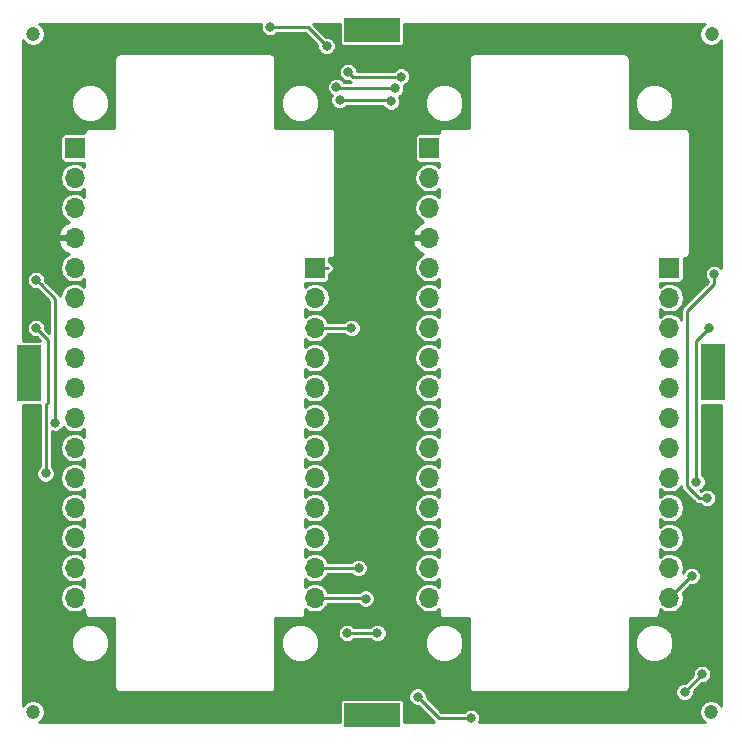
<source format=gbr>
G04 #@! TF.GenerationSoftware,KiCad,Pcbnew,(5.0.0-rc2-dev-111-gc69db6c)*
G04 #@! TF.CreationDate,2018-03-20T00:35:28-07:00*
G04 #@! TF.ProjectId,Feather_Trellis,466561746865725F5472656C6C69732E,rev?*
G04 #@! TF.SameCoordinates,Original*
G04 #@! TF.FileFunction,Copper,L1,Top,Signal*
G04 #@! TF.FilePolarity,Positive*
%FSLAX46Y46*%
G04 Gerber Fmt 4.6, Leading zero omitted, Abs format (unit mm)*
G04 Created by KiCad (PCBNEW (5.0.0-rc2-dev-111-gc69db6c)) date Tuesday, March 20, 2018 at 12:35:28 AM*
%MOMM*%
%LPD*%
G01*
G04 APERTURE LIST*
%ADD10C,1.200000*%
%ADD11R,2.000000X4.700000*%
%ADD12R,4.700000X2.000000*%
%ADD13R,1.700000X1.700000*%
%ADD14O,1.700000X1.700000*%
%ADD15C,0.800000*%
%ADD16C,0.254000*%
G04 APERTURE END LIST*
D10*
X148700000Y-88700000D03*
X148760000Y-31310000D03*
X91300000Y-88700000D03*
X91300000Y-31300000D03*
D11*
X148840000Y-59950000D03*
D12*
X120000000Y-89000000D03*
D11*
X91000000Y-60000000D03*
D12*
X120000000Y-30950000D03*
D13*
X145160000Y-51110000D03*
D14*
X145160000Y-53650000D03*
X145160000Y-56190000D03*
X145160000Y-58730000D03*
X145160000Y-61270000D03*
X145160000Y-63810000D03*
X145160000Y-66350000D03*
X145160000Y-68890000D03*
X145160000Y-71430000D03*
X145160000Y-73970000D03*
X145160000Y-76510000D03*
X145160000Y-79050000D03*
X115160000Y-79050000D03*
X115160000Y-76510000D03*
X115160000Y-73970000D03*
X115160000Y-71430000D03*
X115160000Y-68890000D03*
X115160000Y-66350000D03*
X115160000Y-63810000D03*
X115160000Y-61270000D03*
X115160000Y-58730000D03*
X115160000Y-56190000D03*
X115160000Y-53650000D03*
D13*
X115160000Y-51110000D03*
X124840000Y-40950000D03*
D14*
X124840000Y-43490000D03*
X124840000Y-46030000D03*
X124840000Y-48570000D03*
X124840000Y-51110000D03*
X124840000Y-53650000D03*
X124840000Y-56190000D03*
X124840000Y-58730000D03*
X124840000Y-61270000D03*
X124840000Y-63810000D03*
X124840000Y-66350000D03*
X124840000Y-68890000D03*
X124840000Y-71430000D03*
X124840000Y-73970000D03*
X124840000Y-76510000D03*
X124840000Y-79050000D03*
X94840000Y-79050000D03*
X94840000Y-76510000D03*
X94840000Y-73970000D03*
X94840000Y-71430000D03*
X94840000Y-68890000D03*
X94840000Y-66350000D03*
X94840000Y-63810000D03*
X94840000Y-61270000D03*
X94840000Y-58730000D03*
X94840000Y-56190000D03*
X94840000Y-53650000D03*
X94840000Y-51110000D03*
X94840000Y-48570000D03*
X94840000Y-46030000D03*
X94840000Y-43490000D03*
D13*
X94840000Y-40950000D03*
D15*
X147660000Y-52110000D03*
X91860000Y-49110000D03*
X119920582Y-33228990D03*
X119960000Y-87210000D03*
X91560000Y-52110000D03*
X148360000Y-70610000D03*
X148960000Y-51610000D03*
X147060000Y-77210000D03*
X93160000Y-64210000D03*
X119460000Y-79110000D03*
X92360000Y-68510000D03*
X128360000Y-89210000D03*
X147460000Y-69210000D03*
X123860000Y-87410000D03*
X91560000Y-56209002D03*
X118860000Y-76510000D03*
X148560000Y-56159002D03*
X147960000Y-85510000D03*
X146460000Y-87010000D03*
X120460000Y-82010000D03*
X117860000Y-82010000D03*
X111360000Y-30729012D03*
X116160000Y-32310000D03*
X117960000Y-34510000D03*
X122460000Y-34910000D03*
X118260000Y-56210000D03*
X121627006Y-37010028D03*
X117259998Y-36910000D03*
X116987996Y-35798394D03*
X121960000Y-35910004D03*
D16*
X93160000Y-53710000D02*
X91959999Y-52509999D01*
X91959999Y-52509999D02*
X91560000Y-52110000D01*
X93160000Y-64210000D02*
X93160000Y-53710000D01*
X148960000Y-51610000D02*
X148960000Y-52475683D01*
X148960000Y-52475683D02*
X146678998Y-54756685D01*
X146678998Y-54756685D02*
X146678998Y-69584882D01*
X147704116Y-70610000D02*
X147794315Y-70610000D01*
X147794315Y-70610000D02*
X148360000Y-70610000D01*
X146678998Y-69584882D02*
X147704116Y-70610000D01*
X145160000Y-79050000D02*
X147000000Y-77210000D01*
X147000000Y-77210000D02*
X147060000Y-77210000D01*
X115160000Y-79050000D02*
X119400000Y-79050000D01*
X119400000Y-79050000D02*
X119460000Y-79110000D01*
X91560000Y-56209002D02*
X92560000Y-57209002D01*
X92560000Y-62475802D02*
X92360000Y-62675802D01*
X92360000Y-67944315D02*
X92360000Y-68510000D01*
X92360000Y-62675802D02*
X92360000Y-67944315D01*
X92560000Y-57209002D02*
X92560000Y-62475802D01*
X123860000Y-87410000D02*
X125660000Y-89210000D01*
X127794315Y-89210000D02*
X128360000Y-89210000D01*
X125660000Y-89210000D02*
X127794315Y-89210000D01*
X147458999Y-57260003D02*
X147458999Y-68643314D01*
X147458999Y-68643314D02*
X147460000Y-68644315D01*
X148560000Y-56159002D02*
X147458999Y-57260003D01*
X147460000Y-68644315D02*
X147460000Y-69210000D01*
X115160000Y-76510000D02*
X118860000Y-76510000D01*
X146460000Y-87010000D02*
X147960000Y-85510000D01*
X117860000Y-82010000D02*
X120460000Y-82010000D01*
X116160000Y-32310000D02*
X114579012Y-30729012D01*
X111925685Y-30729012D02*
X111360000Y-30729012D01*
X114579012Y-30729012D02*
X111925685Y-30729012D01*
X122460000Y-34910000D02*
X118359999Y-34909999D01*
X118359999Y-34909999D02*
X117960000Y-34510000D01*
X115160000Y-56190000D02*
X118240000Y-56190000D01*
X118240000Y-56190000D02*
X118260000Y-56210000D01*
X117259998Y-36910000D02*
X121526978Y-36910000D01*
X121526978Y-36910000D02*
X121627006Y-37010028D01*
X121960000Y-35910004D02*
X117099606Y-35910004D01*
X117099606Y-35910004D02*
X116987996Y-35798394D01*
X116264000Y-51110000D02*
X115160000Y-51110000D01*
G36*
X110579000Y-30573661D02*
X110579000Y-30884363D01*
X110697900Y-31171413D01*
X110917599Y-31391112D01*
X111204649Y-31510012D01*
X111515351Y-31510012D01*
X111802401Y-31391112D01*
X111956501Y-31237012D01*
X114368592Y-31237012D01*
X115379000Y-32247421D01*
X115379000Y-32465351D01*
X115497900Y-32752401D01*
X115717599Y-32972100D01*
X116004649Y-33091000D01*
X116315351Y-33091000D01*
X116602401Y-32972100D01*
X116822100Y-32752401D01*
X116941000Y-32465351D01*
X116941000Y-32154649D01*
X116822100Y-31867599D01*
X116602401Y-31647900D01*
X116315351Y-31529000D01*
X116097421Y-31529000D01*
X115024420Y-30456000D01*
X117261536Y-30456000D01*
X117261536Y-31950000D01*
X117291106Y-32098659D01*
X117375314Y-32224686D01*
X117501341Y-32308894D01*
X117650000Y-32338464D01*
X122350000Y-32338464D01*
X122498659Y-32308894D01*
X122624686Y-32224686D01*
X122708894Y-32098659D01*
X122738464Y-31950000D01*
X122738464Y-30456000D01*
X148174119Y-30456000D01*
X148144308Y-30468348D01*
X147868348Y-30744308D01*
X147719000Y-31104867D01*
X147719000Y-31495133D01*
X147868348Y-31855692D01*
X148144308Y-32131652D01*
X148504867Y-32281000D01*
X148895133Y-32281000D01*
X149255692Y-32131652D01*
X149531652Y-31855692D01*
X149544001Y-31825879D01*
X149544001Y-51089500D01*
X149402401Y-50947900D01*
X149115351Y-50829000D01*
X148804649Y-50829000D01*
X148517599Y-50947900D01*
X148297900Y-51167599D01*
X148179000Y-51454649D01*
X148179000Y-51765351D01*
X148297900Y-52052401D01*
X148452001Y-52206502D01*
X148452001Y-52265261D01*
X146355166Y-54362097D01*
X146312751Y-54390438D01*
X146200473Y-54558474D01*
X146170998Y-54706654D01*
X146170998Y-54706657D01*
X146161047Y-54756685D01*
X146170998Y-54806713D01*
X146170998Y-55487325D01*
X146047501Y-55302499D01*
X145640312Y-55030424D01*
X145281239Y-54959000D01*
X145038761Y-54959000D01*
X144679688Y-55030424D01*
X144346000Y-55253387D01*
X144346000Y-54586613D01*
X144679688Y-54809576D01*
X145038761Y-54881000D01*
X145281239Y-54881000D01*
X145640312Y-54809576D01*
X146047501Y-54537501D01*
X146319576Y-54130312D01*
X146415116Y-53650000D01*
X146319576Y-53169688D01*
X146047501Y-52762499D01*
X145640312Y-52490424D01*
X145281239Y-52419000D01*
X145038761Y-52419000D01*
X144679688Y-52490424D01*
X144346000Y-52713387D01*
X144346000Y-52348464D01*
X146010000Y-52348464D01*
X146158659Y-52318894D01*
X146284686Y-52234686D01*
X146368894Y-52108659D01*
X146398464Y-51960000D01*
X146398464Y-50298660D01*
X146430000Y-50304933D01*
X146474909Y-50296000D01*
X146607922Y-50269542D01*
X146758757Y-50168757D01*
X146859542Y-50017922D01*
X146894933Y-49840000D01*
X146886000Y-49795091D01*
X146886000Y-39724908D01*
X146894933Y-39680000D01*
X146859542Y-39502078D01*
X146758757Y-39351243D01*
X146607922Y-39250458D01*
X146474909Y-39224000D01*
X146430000Y-39215067D01*
X146385091Y-39224000D01*
X141806000Y-39224000D01*
X141806000Y-36815574D01*
X142259000Y-36815574D01*
X142259000Y-37464426D01*
X142507305Y-38063887D01*
X142966113Y-38522695D01*
X143565574Y-38771000D01*
X144214426Y-38771000D01*
X144813887Y-38522695D01*
X145272695Y-38063887D01*
X145521000Y-37464426D01*
X145521000Y-36815574D01*
X145272695Y-36216113D01*
X144813887Y-35757305D01*
X144214426Y-35509000D01*
X143565574Y-35509000D01*
X142966113Y-35757305D01*
X142507305Y-36216113D01*
X142259000Y-36815574D01*
X141806000Y-36815574D01*
X141806000Y-33444909D01*
X141814933Y-33400000D01*
X141779542Y-33222078D01*
X141678757Y-33071243D01*
X141527922Y-32970458D01*
X141394909Y-32944000D01*
X141350000Y-32935067D01*
X141305091Y-32944000D01*
X128694909Y-32944000D01*
X128650000Y-32935067D01*
X128605091Y-32944000D01*
X128472078Y-32970458D01*
X128321243Y-33071243D01*
X128220458Y-33222078D01*
X128185067Y-33400000D01*
X128194001Y-33444914D01*
X128194000Y-39224000D01*
X126154909Y-39224000D01*
X126110000Y-39215067D01*
X126065091Y-39224000D01*
X125932078Y-39250458D01*
X125781243Y-39351243D01*
X125680458Y-39502078D01*
X125645067Y-39680000D01*
X125651340Y-39711536D01*
X123990000Y-39711536D01*
X123841341Y-39741106D01*
X123715314Y-39825314D01*
X123631106Y-39951341D01*
X123601536Y-40100000D01*
X123601536Y-41800000D01*
X123631106Y-41948659D01*
X123715314Y-42074686D01*
X123841341Y-42158894D01*
X123990000Y-42188464D01*
X125654001Y-42188464D01*
X125654001Y-42553388D01*
X125320312Y-42330424D01*
X124961239Y-42259000D01*
X124718761Y-42259000D01*
X124359688Y-42330424D01*
X123952499Y-42602499D01*
X123680424Y-43009688D01*
X123584884Y-43490000D01*
X123680424Y-43970312D01*
X123952499Y-44377501D01*
X124359688Y-44649576D01*
X124718761Y-44721000D01*
X124961239Y-44721000D01*
X125320312Y-44649576D01*
X125654001Y-44426612D01*
X125654001Y-45093388D01*
X125320312Y-44870424D01*
X124961239Y-44799000D01*
X124718761Y-44799000D01*
X124359688Y-44870424D01*
X123952499Y-45142499D01*
X123680424Y-45549688D01*
X123584884Y-46030000D01*
X123680424Y-46510312D01*
X123952499Y-46917501D01*
X124356963Y-47187755D01*
X123958642Y-47374817D01*
X123568355Y-47803076D01*
X123398524Y-48213110D01*
X123519845Y-48443000D01*
X124713000Y-48443000D01*
X124713000Y-48423000D01*
X124967000Y-48423000D01*
X124967000Y-48443000D01*
X124987000Y-48443000D01*
X124987000Y-48697000D01*
X124967000Y-48697000D01*
X124967000Y-48717000D01*
X124713000Y-48717000D01*
X124713000Y-48697000D01*
X123519845Y-48697000D01*
X123398524Y-48926890D01*
X123568355Y-49336924D01*
X123958642Y-49765183D01*
X124356963Y-49952245D01*
X123952499Y-50222499D01*
X123680424Y-50629688D01*
X123584884Y-51110000D01*
X123680424Y-51590312D01*
X123952499Y-51997501D01*
X124359688Y-52269576D01*
X124718761Y-52341000D01*
X124961239Y-52341000D01*
X125320312Y-52269576D01*
X125654001Y-52046612D01*
X125654001Y-52713388D01*
X125320312Y-52490424D01*
X124961239Y-52419000D01*
X124718761Y-52419000D01*
X124359688Y-52490424D01*
X123952499Y-52762499D01*
X123680424Y-53169688D01*
X123584884Y-53650000D01*
X123680424Y-54130312D01*
X123952499Y-54537501D01*
X124359688Y-54809576D01*
X124718761Y-54881000D01*
X124961239Y-54881000D01*
X125320312Y-54809576D01*
X125654001Y-54586612D01*
X125654001Y-55253388D01*
X125320312Y-55030424D01*
X124961239Y-54959000D01*
X124718761Y-54959000D01*
X124359688Y-55030424D01*
X123952499Y-55302499D01*
X123680424Y-55709688D01*
X123584884Y-56190000D01*
X123680424Y-56670312D01*
X123952499Y-57077501D01*
X124359688Y-57349576D01*
X124718761Y-57421000D01*
X124961239Y-57421000D01*
X125320312Y-57349576D01*
X125654001Y-57126612D01*
X125654001Y-57793388D01*
X125320312Y-57570424D01*
X124961239Y-57499000D01*
X124718761Y-57499000D01*
X124359688Y-57570424D01*
X123952499Y-57842499D01*
X123680424Y-58249688D01*
X123584884Y-58730000D01*
X123680424Y-59210312D01*
X123952499Y-59617501D01*
X124359688Y-59889576D01*
X124718761Y-59961000D01*
X124961239Y-59961000D01*
X125320312Y-59889576D01*
X125654001Y-59666612D01*
X125654000Y-60333388D01*
X125320312Y-60110424D01*
X124961239Y-60039000D01*
X124718761Y-60039000D01*
X124359688Y-60110424D01*
X123952499Y-60382499D01*
X123680424Y-60789688D01*
X123584884Y-61270000D01*
X123680424Y-61750312D01*
X123952499Y-62157501D01*
X124359688Y-62429576D01*
X124718761Y-62501000D01*
X124961239Y-62501000D01*
X125320312Y-62429576D01*
X125654000Y-62206613D01*
X125654000Y-62873387D01*
X125320312Y-62650424D01*
X124961239Y-62579000D01*
X124718761Y-62579000D01*
X124359688Y-62650424D01*
X123952499Y-62922499D01*
X123680424Y-63329688D01*
X123584884Y-63810000D01*
X123680424Y-64290312D01*
X123952499Y-64697501D01*
X124359688Y-64969576D01*
X124718761Y-65041000D01*
X124961239Y-65041000D01*
X125320312Y-64969576D01*
X125654000Y-64746613D01*
X125654000Y-65413387D01*
X125320312Y-65190424D01*
X124961239Y-65119000D01*
X124718761Y-65119000D01*
X124359688Y-65190424D01*
X123952499Y-65462499D01*
X123680424Y-65869688D01*
X123584884Y-66350000D01*
X123680424Y-66830312D01*
X123952499Y-67237501D01*
X124359688Y-67509576D01*
X124718761Y-67581000D01*
X124961239Y-67581000D01*
X125320312Y-67509576D01*
X125654000Y-67286613D01*
X125654000Y-67953387D01*
X125320312Y-67730424D01*
X124961239Y-67659000D01*
X124718761Y-67659000D01*
X124359688Y-67730424D01*
X123952499Y-68002499D01*
X123680424Y-68409688D01*
X123584884Y-68890000D01*
X123680424Y-69370312D01*
X123952499Y-69777501D01*
X124359688Y-70049576D01*
X124718761Y-70121000D01*
X124961239Y-70121000D01*
X125320312Y-70049576D01*
X125654000Y-69826613D01*
X125654000Y-70493387D01*
X125320312Y-70270424D01*
X124961239Y-70199000D01*
X124718761Y-70199000D01*
X124359688Y-70270424D01*
X123952499Y-70542499D01*
X123680424Y-70949688D01*
X123584884Y-71430000D01*
X123680424Y-71910312D01*
X123952499Y-72317501D01*
X124359688Y-72589576D01*
X124718761Y-72661000D01*
X124961239Y-72661000D01*
X125320312Y-72589576D01*
X125654000Y-72366613D01*
X125654000Y-73033387D01*
X125320312Y-72810424D01*
X124961239Y-72739000D01*
X124718761Y-72739000D01*
X124359688Y-72810424D01*
X123952499Y-73082499D01*
X123680424Y-73489688D01*
X123584884Y-73970000D01*
X123680424Y-74450312D01*
X123952499Y-74857501D01*
X124359688Y-75129576D01*
X124718761Y-75201000D01*
X124961239Y-75201000D01*
X125320312Y-75129576D01*
X125654000Y-74906613D01*
X125654000Y-75573387D01*
X125320312Y-75350424D01*
X124961239Y-75279000D01*
X124718761Y-75279000D01*
X124359688Y-75350424D01*
X123952499Y-75622499D01*
X123680424Y-76029688D01*
X123584884Y-76510000D01*
X123680424Y-76990312D01*
X123952499Y-77397501D01*
X124359688Y-77669576D01*
X124718761Y-77741000D01*
X124961239Y-77741000D01*
X125320312Y-77669576D01*
X125654000Y-77446613D01*
X125654000Y-78113387D01*
X125320312Y-77890424D01*
X124961239Y-77819000D01*
X124718761Y-77819000D01*
X124359688Y-77890424D01*
X123952499Y-78162499D01*
X123680424Y-78569688D01*
X123584884Y-79050000D01*
X123680424Y-79530312D01*
X123952499Y-79937501D01*
X124359688Y-80209576D01*
X124718761Y-80281000D01*
X124961239Y-80281000D01*
X125320312Y-80209576D01*
X125654000Y-79986613D01*
X125654000Y-80275091D01*
X125645067Y-80320000D01*
X125680458Y-80497922D01*
X125781243Y-80648757D01*
X125932078Y-80749542D01*
X126110000Y-80784933D01*
X126154909Y-80776000D01*
X128194001Y-80776000D01*
X128194000Y-86555091D01*
X128185067Y-86600000D01*
X128220458Y-86777922D01*
X128321243Y-86928757D01*
X128472078Y-87029542D01*
X128650000Y-87064933D01*
X128694909Y-87056000D01*
X141305091Y-87056000D01*
X141350000Y-87064933D01*
X141394909Y-87056000D01*
X141527922Y-87029542D01*
X141678757Y-86928757D01*
X141728274Y-86854649D01*
X145679000Y-86854649D01*
X145679000Y-87165351D01*
X145797900Y-87452401D01*
X146017599Y-87672100D01*
X146304649Y-87791000D01*
X146615351Y-87791000D01*
X146902401Y-87672100D01*
X147122100Y-87452401D01*
X147241000Y-87165351D01*
X147241000Y-86947420D01*
X147897420Y-86291000D01*
X148115351Y-86291000D01*
X148402401Y-86172100D01*
X148622100Y-85952401D01*
X148741000Y-85665351D01*
X148741000Y-85354649D01*
X148622100Y-85067599D01*
X148402401Y-84847900D01*
X148115351Y-84729000D01*
X147804649Y-84729000D01*
X147517599Y-84847900D01*
X147297900Y-85067599D01*
X147179000Y-85354649D01*
X147179000Y-85572580D01*
X146522580Y-86229000D01*
X146304649Y-86229000D01*
X146017599Y-86347900D01*
X145797900Y-86567599D01*
X145679000Y-86854649D01*
X141728274Y-86854649D01*
X141779542Y-86777922D01*
X141814933Y-86600000D01*
X141806000Y-86555091D01*
X141806000Y-82535574D01*
X142259000Y-82535574D01*
X142259000Y-83184426D01*
X142507305Y-83783887D01*
X142966113Y-84242695D01*
X143565574Y-84491000D01*
X144214426Y-84491000D01*
X144813887Y-84242695D01*
X145272695Y-83783887D01*
X145521000Y-83184426D01*
X145521000Y-82535574D01*
X145272695Y-81936113D01*
X144813887Y-81477305D01*
X144214426Y-81229000D01*
X143565574Y-81229000D01*
X142966113Y-81477305D01*
X142507305Y-81936113D01*
X142259000Y-82535574D01*
X141806000Y-82535574D01*
X141806000Y-80776000D01*
X143845091Y-80776000D01*
X143890000Y-80784933D01*
X143934909Y-80776000D01*
X144067922Y-80749542D01*
X144218757Y-80648757D01*
X144319542Y-80497922D01*
X144354933Y-80320000D01*
X144346000Y-80275091D01*
X144346000Y-79986613D01*
X144679688Y-80209576D01*
X145038761Y-80281000D01*
X145281239Y-80281000D01*
X145640312Y-80209576D01*
X146047501Y-79937501D01*
X146319576Y-79530312D01*
X146415116Y-79050000D01*
X146326072Y-78602348D01*
X146937421Y-77991000D01*
X147215351Y-77991000D01*
X147502401Y-77872100D01*
X147722100Y-77652401D01*
X147841000Y-77365351D01*
X147841000Y-77054649D01*
X147722100Y-76767599D01*
X147502401Y-76547900D01*
X147215351Y-76429000D01*
X146904649Y-76429000D01*
X146617599Y-76547900D01*
X146397900Y-76767599D01*
X146332443Y-76925627D01*
X146415116Y-76510000D01*
X146319576Y-76029688D01*
X146047501Y-75622499D01*
X145640312Y-75350424D01*
X145281239Y-75279000D01*
X145038761Y-75279000D01*
X144679688Y-75350424D01*
X144346000Y-75573387D01*
X144346000Y-74906613D01*
X144679688Y-75129576D01*
X145038761Y-75201000D01*
X145281239Y-75201000D01*
X145640312Y-75129576D01*
X146047501Y-74857501D01*
X146319576Y-74450312D01*
X146415116Y-73970000D01*
X146319576Y-73489688D01*
X146047501Y-73082499D01*
X145640312Y-72810424D01*
X145281239Y-72739000D01*
X145038761Y-72739000D01*
X144679688Y-72810424D01*
X144346000Y-73033387D01*
X144346000Y-72366613D01*
X144679688Y-72589576D01*
X145038761Y-72661000D01*
X145281239Y-72661000D01*
X145640312Y-72589576D01*
X146047501Y-72317501D01*
X146319576Y-71910312D01*
X146415116Y-71430000D01*
X146319576Y-70949688D01*
X146047501Y-70542499D01*
X145640312Y-70270424D01*
X145281239Y-70199000D01*
X145038761Y-70199000D01*
X144679688Y-70270424D01*
X144346000Y-70493387D01*
X144346000Y-69826613D01*
X144679688Y-70049576D01*
X145038761Y-70121000D01*
X145281239Y-70121000D01*
X145640312Y-70049576D01*
X146047501Y-69777501D01*
X146164524Y-69602363D01*
X146200473Y-69783093D01*
X146284410Y-69908714D01*
X146284413Y-69908717D01*
X146312752Y-69951129D01*
X146355164Y-69979468D01*
X147309530Y-70933835D01*
X147337869Y-70976247D01*
X147380281Y-71004586D01*
X147380283Y-71004588D01*
X147505904Y-71088525D01*
X147654084Y-71118000D01*
X147654088Y-71118000D01*
X147704116Y-71127951D01*
X147754144Y-71118000D01*
X147763499Y-71118000D01*
X147917599Y-71272100D01*
X148204649Y-71391000D01*
X148515351Y-71391000D01*
X148802401Y-71272100D01*
X149022100Y-71052401D01*
X149141000Y-70765351D01*
X149141000Y-70454649D01*
X149022100Y-70167599D01*
X148802401Y-69947900D01*
X148515351Y-69829000D01*
X148204649Y-69829000D01*
X147917599Y-69947900D01*
X147839018Y-70026481D01*
X147748418Y-69935882D01*
X147902401Y-69872100D01*
X148122100Y-69652401D01*
X148241000Y-69365351D01*
X148241000Y-69054649D01*
X148122100Y-68767599D01*
X147972770Y-68618269D01*
X147968000Y-68594287D01*
X147968000Y-68594283D01*
X147966999Y-68589251D01*
X147966999Y-62688464D01*
X149544000Y-62688464D01*
X149544000Y-88174119D01*
X149531652Y-88144308D01*
X149255692Y-87868348D01*
X148895133Y-87719000D01*
X148504867Y-87719000D01*
X148144308Y-87868348D01*
X147868348Y-88144308D01*
X147719000Y-88504867D01*
X147719000Y-88895133D01*
X147868348Y-89255692D01*
X148144308Y-89531652D01*
X148174119Y-89544000D01*
X129067001Y-89544000D01*
X129141000Y-89365351D01*
X129141000Y-89054649D01*
X129022100Y-88767599D01*
X128802401Y-88547900D01*
X128515351Y-88429000D01*
X128204649Y-88429000D01*
X127917599Y-88547900D01*
X127763499Y-88702000D01*
X125870420Y-88702000D01*
X124641000Y-87472580D01*
X124641000Y-87254649D01*
X124522100Y-86967599D01*
X124302401Y-86747900D01*
X124015351Y-86629000D01*
X123704649Y-86629000D01*
X123417599Y-86747900D01*
X123197900Y-86967599D01*
X123079000Y-87254649D01*
X123079000Y-87565351D01*
X123197900Y-87852401D01*
X123417599Y-88072100D01*
X123704649Y-88191000D01*
X123922580Y-88191000D01*
X125265412Y-89533832D01*
X125272206Y-89544000D01*
X122738464Y-89544000D01*
X122738464Y-88000000D01*
X122708894Y-87851341D01*
X122624686Y-87725314D01*
X122498659Y-87641106D01*
X122350000Y-87611536D01*
X117650000Y-87611536D01*
X117501341Y-87641106D01*
X117375314Y-87725314D01*
X117291106Y-87851341D01*
X117261536Y-88000000D01*
X117261536Y-89544000D01*
X91825881Y-89544000D01*
X91855692Y-89531652D01*
X92131652Y-89255692D01*
X92281000Y-88895133D01*
X92281000Y-88504867D01*
X92131652Y-88144308D01*
X91855692Y-87868348D01*
X91495133Y-87719000D01*
X91104867Y-87719000D01*
X90744308Y-87868348D01*
X90468348Y-88144308D01*
X90456000Y-88174119D01*
X90456000Y-82535574D01*
X94479000Y-82535574D01*
X94479000Y-83184426D01*
X94727305Y-83783887D01*
X95186113Y-84242695D01*
X95785574Y-84491000D01*
X96434426Y-84491000D01*
X97033887Y-84242695D01*
X97492695Y-83783887D01*
X97741000Y-83184426D01*
X97741000Y-82535574D01*
X97492695Y-81936113D01*
X97033887Y-81477305D01*
X96434426Y-81229000D01*
X95785574Y-81229000D01*
X95186113Y-81477305D01*
X94727305Y-81936113D01*
X94479000Y-82535574D01*
X90456000Y-82535574D01*
X90456000Y-62738464D01*
X91852000Y-62738464D01*
X91852001Y-67894279D01*
X91852000Y-67894284D01*
X91852000Y-67913499D01*
X91697900Y-68067599D01*
X91579000Y-68354649D01*
X91579000Y-68665351D01*
X91697900Y-68952401D01*
X91917599Y-69172100D01*
X92204649Y-69291000D01*
X92515351Y-69291000D01*
X92802401Y-69172100D01*
X93022100Y-68952401D01*
X93141000Y-68665351D01*
X93141000Y-68354649D01*
X93022100Y-68067599D01*
X92868000Y-67913499D01*
X92868000Y-64934398D01*
X93004649Y-64991000D01*
X93315351Y-64991000D01*
X93602401Y-64872100D01*
X93822100Y-64652401D01*
X93860469Y-64559769D01*
X93952499Y-64697501D01*
X94359688Y-64969576D01*
X94718761Y-65041000D01*
X94961239Y-65041000D01*
X95320312Y-64969576D01*
X95654000Y-64746613D01*
X95654000Y-65413387D01*
X95320312Y-65190424D01*
X94961239Y-65119000D01*
X94718761Y-65119000D01*
X94359688Y-65190424D01*
X93952499Y-65462499D01*
X93680424Y-65869688D01*
X93584884Y-66350000D01*
X93680424Y-66830312D01*
X93952499Y-67237501D01*
X94359688Y-67509576D01*
X94718761Y-67581000D01*
X94961239Y-67581000D01*
X95320312Y-67509576D01*
X95654000Y-67286613D01*
X95654000Y-67953387D01*
X95320312Y-67730424D01*
X94961239Y-67659000D01*
X94718761Y-67659000D01*
X94359688Y-67730424D01*
X93952499Y-68002499D01*
X93680424Y-68409688D01*
X93584884Y-68890000D01*
X93680424Y-69370312D01*
X93952499Y-69777501D01*
X94359688Y-70049576D01*
X94718761Y-70121000D01*
X94961239Y-70121000D01*
X95320312Y-70049576D01*
X95654000Y-69826613D01*
X95654000Y-70493387D01*
X95320312Y-70270424D01*
X94961239Y-70199000D01*
X94718761Y-70199000D01*
X94359688Y-70270424D01*
X93952499Y-70542499D01*
X93680424Y-70949688D01*
X93584884Y-71430000D01*
X93680424Y-71910312D01*
X93952499Y-72317501D01*
X94359688Y-72589576D01*
X94718761Y-72661000D01*
X94961239Y-72661000D01*
X95320312Y-72589576D01*
X95654000Y-72366613D01*
X95654000Y-73033387D01*
X95320312Y-72810424D01*
X94961239Y-72739000D01*
X94718761Y-72739000D01*
X94359688Y-72810424D01*
X93952499Y-73082499D01*
X93680424Y-73489688D01*
X93584884Y-73970000D01*
X93680424Y-74450312D01*
X93952499Y-74857501D01*
X94359688Y-75129576D01*
X94718761Y-75201000D01*
X94961239Y-75201000D01*
X95320312Y-75129576D01*
X95654000Y-74906613D01*
X95654000Y-75573387D01*
X95320312Y-75350424D01*
X94961239Y-75279000D01*
X94718761Y-75279000D01*
X94359688Y-75350424D01*
X93952499Y-75622499D01*
X93680424Y-76029688D01*
X93584884Y-76510000D01*
X93680424Y-76990312D01*
X93952499Y-77397501D01*
X94359688Y-77669576D01*
X94718761Y-77741000D01*
X94961239Y-77741000D01*
X95320312Y-77669576D01*
X95654000Y-77446613D01*
X95654000Y-78113387D01*
X95320312Y-77890424D01*
X94961239Y-77819000D01*
X94718761Y-77819000D01*
X94359688Y-77890424D01*
X93952499Y-78162499D01*
X93680424Y-78569688D01*
X93584884Y-79050000D01*
X93680424Y-79530312D01*
X93952499Y-79937501D01*
X94359688Y-80209576D01*
X94718761Y-80281000D01*
X94961239Y-80281000D01*
X95320312Y-80209576D01*
X95654000Y-79986613D01*
X95654000Y-80275091D01*
X95645067Y-80320000D01*
X95680458Y-80497922D01*
X95781243Y-80648757D01*
X95932078Y-80749542D01*
X96110000Y-80784933D01*
X96154909Y-80776000D01*
X98194001Y-80776000D01*
X98194000Y-86555091D01*
X98185067Y-86600000D01*
X98220458Y-86777922D01*
X98321243Y-86928757D01*
X98472078Y-87029542D01*
X98650000Y-87064933D01*
X98694909Y-87056000D01*
X111305091Y-87056000D01*
X111350000Y-87064933D01*
X111394909Y-87056000D01*
X111527922Y-87029542D01*
X111678757Y-86928757D01*
X111779542Y-86777922D01*
X111814933Y-86600000D01*
X111806000Y-86555091D01*
X111806000Y-82535574D01*
X112259000Y-82535574D01*
X112259000Y-83184426D01*
X112507305Y-83783887D01*
X112966113Y-84242695D01*
X113565574Y-84491000D01*
X114214426Y-84491000D01*
X114813887Y-84242695D01*
X115272695Y-83783887D01*
X115521000Y-83184426D01*
X115521000Y-82535574D01*
X115272695Y-81936113D01*
X115191231Y-81854649D01*
X117079000Y-81854649D01*
X117079000Y-82165351D01*
X117197900Y-82452401D01*
X117417599Y-82672100D01*
X117704649Y-82791000D01*
X118015351Y-82791000D01*
X118302401Y-82672100D01*
X118456501Y-82518000D01*
X119863499Y-82518000D01*
X120017599Y-82672100D01*
X120304649Y-82791000D01*
X120615351Y-82791000D01*
X120902401Y-82672100D01*
X121038927Y-82535574D01*
X124479000Y-82535574D01*
X124479000Y-83184426D01*
X124727305Y-83783887D01*
X125186113Y-84242695D01*
X125785574Y-84491000D01*
X126434426Y-84491000D01*
X127033887Y-84242695D01*
X127492695Y-83783887D01*
X127741000Y-83184426D01*
X127741000Y-82535574D01*
X127492695Y-81936113D01*
X127033887Y-81477305D01*
X126434426Y-81229000D01*
X125785574Y-81229000D01*
X125186113Y-81477305D01*
X124727305Y-81936113D01*
X124479000Y-82535574D01*
X121038927Y-82535574D01*
X121122100Y-82452401D01*
X121241000Y-82165351D01*
X121241000Y-81854649D01*
X121122100Y-81567599D01*
X120902401Y-81347900D01*
X120615351Y-81229000D01*
X120304649Y-81229000D01*
X120017599Y-81347900D01*
X119863499Y-81502000D01*
X118456501Y-81502000D01*
X118302401Y-81347900D01*
X118015351Y-81229000D01*
X117704649Y-81229000D01*
X117417599Y-81347900D01*
X117197900Y-81567599D01*
X117079000Y-81854649D01*
X115191231Y-81854649D01*
X114813887Y-81477305D01*
X114214426Y-81229000D01*
X113565574Y-81229000D01*
X112966113Y-81477305D01*
X112507305Y-81936113D01*
X112259000Y-82535574D01*
X111806000Y-82535574D01*
X111806000Y-80776000D01*
X113845091Y-80776000D01*
X113890000Y-80784933D01*
X113934909Y-80776000D01*
X114067922Y-80749542D01*
X114218757Y-80648757D01*
X114319542Y-80497922D01*
X114354933Y-80320000D01*
X114346000Y-80275091D01*
X114346000Y-79986613D01*
X114679688Y-80209576D01*
X115038761Y-80281000D01*
X115281239Y-80281000D01*
X115640312Y-80209576D01*
X116047501Y-79937501D01*
X116301075Y-79558000D01*
X118803499Y-79558000D01*
X119017599Y-79772100D01*
X119304649Y-79891000D01*
X119615351Y-79891000D01*
X119902401Y-79772100D01*
X120122100Y-79552401D01*
X120241000Y-79265351D01*
X120241000Y-78954649D01*
X120122100Y-78667599D01*
X119902401Y-78447900D01*
X119615351Y-78329000D01*
X119304649Y-78329000D01*
X119017599Y-78447900D01*
X118923499Y-78542000D01*
X116301075Y-78542000D01*
X116047501Y-78162499D01*
X115640312Y-77890424D01*
X115281239Y-77819000D01*
X115038761Y-77819000D01*
X114679688Y-77890424D01*
X114346000Y-78113387D01*
X114346000Y-77446613D01*
X114679688Y-77669576D01*
X115038761Y-77741000D01*
X115281239Y-77741000D01*
X115640312Y-77669576D01*
X116047501Y-77397501D01*
X116301075Y-77018000D01*
X118263499Y-77018000D01*
X118417599Y-77172100D01*
X118704649Y-77291000D01*
X119015351Y-77291000D01*
X119302401Y-77172100D01*
X119522100Y-76952401D01*
X119641000Y-76665351D01*
X119641000Y-76354649D01*
X119522100Y-76067599D01*
X119302401Y-75847900D01*
X119015351Y-75729000D01*
X118704649Y-75729000D01*
X118417599Y-75847900D01*
X118263499Y-76002000D01*
X116301075Y-76002000D01*
X116047501Y-75622499D01*
X115640312Y-75350424D01*
X115281239Y-75279000D01*
X115038761Y-75279000D01*
X114679688Y-75350424D01*
X114346000Y-75573387D01*
X114346000Y-74906613D01*
X114679688Y-75129576D01*
X115038761Y-75201000D01*
X115281239Y-75201000D01*
X115640312Y-75129576D01*
X116047501Y-74857501D01*
X116319576Y-74450312D01*
X116415116Y-73970000D01*
X116319576Y-73489688D01*
X116047501Y-73082499D01*
X115640312Y-72810424D01*
X115281239Y-72739000D01*
X115038761Y-72739000D01*
X114679688Y-72810424D01*
X114346000Y-73033387D01*
X114346000Y-72366613D01*
X114679688Y-72589576D01*
X115038761Y-72661000D01*
X115281239Y-72661000D01*
X115640312Y-72589576D01*
X116047501Y-72317501D01*
X116319576Y-71910312D01*
X116415116Y-71430000D01*
X116319576Y-70949688D01*
X116047501Y-70542499D01*
X115640312Y-70270424D01*
X115281239Y-70199000D01*
X115038761Y-70199000D01*
X114679688Y-70270424D01*
X114346000Y-70493387D01*
X114346000Y-69826613D01*
X114679688Y-70049576D01*
X115038761Y-70121000D01*
X115281239Y-70121000D01*
X115640312Y-70049576D01*
X116047501Y-69777501D01*
X116319576Y-69370312D01*
X116415116Y-68890000D01*
X116319576Y-68409688D01*
X116047501Y-68002499D01*
X115640312Y-67730424D01*
X115281239Y-67659000D01*
X115038761Y-67659000D01*
X114679688Y-67730424D01*
X114346000Y-67953387D01*
X114346000Y-67286613D01*
X114679688Y-67509576D01*
X115038761Y-67581000D01*
X115281239Y-67581000D01*
X115640312Y-67509576D01*
X116047501Y-67237501D01*
X116319576Y-66830312D01*
X116415116Y-66350000D01*
X116319576Y-65869688D01*
X116047501Y-65462499D01*
X115640312Y-65190424D01*
X115281239Y-65119000D01*
X115038761Y-65119000D01*
X114679688Y-65190424D01*
X114346000Y-65413387D01*
X114346000Y-64746613D01*
X114679688Y-64969576D01*
X115038761Y-65041000D01*
X115281239Y-65041000D01*
X115640312Y-64969576D01*
X116047501Y-64697501D01*
X116319576Y-64290312D01*
X116415116Y-63810000D01*
X116319576Y-63329688D01*
X116047501Y-62922499D01*
X115640312Y-62650424D01*
X115281239Y-62579000D01*
X115038761Y-62579000D01*
X114679688Y-62650424D01*
X114346000Y-62873387D01*
X114346000Y-62206613D01*
X114679688Y-62429576D01*
X115038761Y-62501000D01*
X115281239Y-62501000D01*
X115640312Y-62429576D01*
X116047501Y-62157501D01*
X116319576Y-61750312D01*
X116415116Y-61270000D01*
X116319576Y-60789688D01*
X116047501Y-60382499D01*
X115640312Y-60110424D01*
X115281239Y-60039000D01*
X115038761Y-60039000D01*
X114679688Y-60110424D01*
X114346000Y-60333387D01*
X114346000Y-59666613D01*
X114679688Y-59889576D01*
X115038761Y-59961000D01*
X115281239Y-59961000D01*
X115640312Y-59889576D01*
X116047501Y-59617501D01*
X116319576Y-59210312D01*
X116415116Y-58730000D01*
X116319576Y-58249688D01*
X116047501Y-57842499D01*
X115640312Y-57570424D01*
X115281239Y-57499000D01*
X115038761Y-57499000D01*
X114679688Y-57570424D01*
X114346000Y-57793387D01*
X114346000Y-57126613D01*
X114679688Y-57349576D01*
X115038761Y-57421000D01*
X115281239Y-57421000D01*
X115640312Y-57349576D01*
X116047501Y-57077501D01*
X116301075Y-56698000D01*
X117643499Y-56698000D01*
X117817599Y-56872100D01*
X118104649Y-56991000D01*
X118415351Y-56991000D01*
X118702401Y-56872100D01*
X118922100Y-56652401D01*
X119041000Y-56365351D01*
X119041000Y-56054649D01*
X118922100Y-55767599D01*
X118702401Y-55547900D01*
X118415351Y-55429000D01*
X118104649Y-55429000D01*
X117817599Y-55547900D01*
X117683499Y-55682000D01*
X116301075Y-55682000D01*
X116047501Y-55302499D01*
X115640312Y-55030424D01*
X115281239Y-54959000D01*
X115038761Y-54959000D01*
X114679688Y-55030424D01*
X114346000Y-55253387D01*
X114346000Y-54586613D01*
X114679688Y-54809576D01*
X115038761Y-54881000D01*
X115281239Y-54881000D01*
X115640312Y-54809576D01*
X116047501Y-54537501D01*
X116319576Y-54130312D01*
X116415116Y-53650000D01*
X116319576Y-53169688D01*
X116047501Y-52762499D01*
X115640312Y-52490424D01*
X115281239Y-52419000D01*
X115038761Y-52419000D01*
X114679688Y-52490424D01*
X114346000Y-52713387D01*
X114346000Y-52348464D01*
X116010000Y-52348464D01*
X116158659Y-52318894D01*
X116284686Y-52234686D01*
X116368894Y-52108659D01*
X116398464Y-51960000D01*
X116398464Y-51601205D01*
X116462212Y-51588525D01*
X116630247Y-51476247D01*
X116742525Y-51308212D01*
X116781952Y-51110000D01*
X116742525Y-50911788D01*
X116630247Y-50743753D01*
X116462212Y-50631475D01*
X116398464Y-50618795D01*
X116398464Y-50298660D01*
X116430000Y-50304933D01*
X116474909Y-50296000D01*
X116607922Y-50269542D01*
X116758757Y-50168757D01*
X116859542Y-50017922D01*
X116894933Y-49840000D01*
X116886000Y-49795091D01*
X116886000Y-39724908D01*
X116894933Y-39680000D01*
X116859542Y-39502078D01*
X116758757Y-39351243D01*
X116607922Y-39250458D01*
X116474909Y-39224000D01*
X116430000Y-39215067D01*
X116385091Y-39224000D01*
X111806000Y-39224000D01*
X111806000Y-36815574D01*
X112259000Y-36815574D01*
X112259000Y-37464426D01*
X112507305Y-38063887D01*
X112966113Y-38522695D01*
X113565574Y-38771000D01*
X114214426Y-38771000D01*
X114813887Y-38522695D01*
X115272695Y-38063887D01*
X115521000Y-37464426D01*
X115521000Y-36815574D01*
X115272695Y-36216113D01*
X114813887Y-35757305D01*
X114538035Y-35643043D01*
X116206996Y-35643043D01*
X116206996Y-35953745D01*
X116325896Y-36240795D01*
X116545595Y-36460494D01*
X116592750Y-36480026D01*
X116478998Y-36754649D01*
X116478998Y-37065351D01*
X116597898Y-37352401D01*
X116817597Y-37572100D01*
X117104647Y-37691000D01*
X117415349Y-37691000D01*
X117702399Y-37572100D01*
X117856499Y-37418000D01*
X120950645Y-37418000D01*
X120964906Y-37452429D01*
X121184605Y-37672128D01*
X121471655Y-37791028D01*
X121782357Y-37791028D01*
X122069407Y-37672128D01*
X122289106Y-37452429D01*
X122408006Y-37165379D01*
X122408006Y-36854677D01*
X122391810Y-36815574D01*
X124479000Y-36815574D01*
X124479000Y-37464426D01*
X124727305Y-38063887D01*
X125186113Y-38522695D01*
X125785574Y-38771000D01*
X126434426Y-38771000D01*
X127033887Y-38522695D01*
X127492695Y-38063887D01*
X127741000Y-37464426D01*
X127741000Y-36815574D01*
X127492695Y-36216113D01*
X127033887Y-35757305D01*
X126434426Y-35509000D01*
X125785574Y-35509000D01*
X125186113Y-35757305D01*
X124727305Y-36216113D01*
X124479000Y-36815574D01*
X122391810Y-36815574D01*
X122307281Y-36611504D01*
X122402401Y-36572104D01*
X122622100Y-36352405D01*
X122741000Y-36065355D01*
X122741000Y-35754653D01*
X122700094Y-35655898D01*
X122902401Y-35572100D01*
X123122100Y-35352401D01*
X123241000Y-35065351D01*
X123241000Y-34754649D01*
X123122100Y-34467599D01*
X122902401Y-34247900D01*
X122615351Y-34129000D01*
X122304649Y-34129000D01*
X122017599Y-34247900D01*
X121863498Y-34402001D01*
X118741000Y-34401999D01*
X118741000Y-34354649D01*
X118622100Y-34067599D01*
X118402401Y-33847900D01*
X118115351Y-33729000D01*
X117804649Y-33729000D01*
X117517599Y-33847900D01*
X117297900Y-34067599D01*
X117179000Y-34354649D01*
X117179000Y-34665351D01*
X117297900Y-34952401D01*
X117517599Y-35172100D01*
X117804649Y-35291000D01*
X118015834Y-35291000D01*
X118036161Y-35304582D01*
X118036166Y-35304587D01*
X118161787Y-35388524D01*
X118229557Y-35402004D01*
X117669154Y-35402004D01*
X117650096Y-35355993D01*
X117430397Y-35136294D01*
X117143347Y-35017394D01*
X116832645Y-35017394D01*
X116545595Y-35136294D01*
X116325896Y-35355993D01*
X116206996Y-35643043D01*
X114538035Y-35643043D01*
X114214426Y-35509000D01*
X113565574Y-35509000D01*
X112966113Y-35757305D01*
X112507305Y-36216113D01*
X112259000Y-36815574D01*
X111806000Y-36815574D01*
X111806000Y-33444909D01*
X111814933Y-33400000D01*
X111779542Y-33222078D01*
X111678757Y-33071243D01*
X111527922Y-32970458D01*
X111394909Y-32944000D01*
X111350000Y-32935067D01*
X111305091Y-32944000D01*
X98694909Y-32944000D01*
X98650000Y-32935067D01*
X98605091Y-32944000D01*
X98472078Y-32970458D01*
X98321243Y-33071243D01*
X98220458Y-33222078D01*
X98185067Y-33400000D01*
X98194001Y-33444914D01*
X98194000Y-39224000D01*
X96154909Y-39224000D01*
X96110000Y-39215067D01*
X96065091Y-39224000D01*
X95932078Y-39250458D01*
X95781243Y-39351243D01*
X95680458Y-39502078D01*
X95645067Y-39680000D01*
X95651340Y-39711536D01*
X93990000Y-39711536D01*
X93841341Y-39741106D01*
X93715314Y-39825314D01*
X93631106Y-39951341D01*
X93601536Y-40100000D01*
X93601536Y-41800000D01*
X93631106Y-41948659D01*
X93715314Y-42074686D01*
X93841341Y-42158894D01*
X93990000Y-42188464D01*
X95654001Y-42188464D01*
X95654001Y-42553388D01*
X95320312Y-42330424D01*
X94961239Y-42259000D01*
X94718761Y-42259000D01*
X94359688Y-42330424D01*
X93952499Y-42602499D01*
X93680424Y-43009688D01*
X93584884Y-43490000D01*
X93680424Y-43970312D01*
X93952499Y-44377501D01*
X94359688Y-44649576D01*
X94718761Y-44721000D01*
X94961239Y-44721000D01*
X95320312Y-44649576D01*
X95654001Y-44426612D01*
X95654001Y-45093388D01*
X95320312Y-44870424D01*
X94961239Y-44799000D01*
X94718761Y-44799000D01*
X94359688Y-44870424D01*
X93952499Y-45142499D01*
X93680424Y-45549688D01*
X93584884Y-46030000D01*
X93680424Y-46510312D01*
X93952499Y-46917501D01*
X94356963Y-47187755D01*
X93958642Y-47374817D01*
X93568355Y-47803076D01*
X93398524Y-48213110D01*
X93519845Y-48443000D01*
X94713000Y-48443000D01*
X94713000Y-48423000D01*
X94967000Y-48423000D01*
X94967000Y-48443000D01*
X94987000Y-48443000D01*
X94987000Y-48697000D01*
X94967000Y-48697000D01*
X94967000Y-48717000D01*
X94713000Y-48717000D01*
X94713000Y-48697000D01*
X93519845Y-48697000D01*
X93398524Y-48926890D01*
X93568355Y-49336924D01*
X93958642Y-49765183D01*
X94356963Y-49952245D01*
X93952499Y-50222499D01*
X93680424Y-50629688D01*
X93584884Y-51110000D01*
X93680424Y-51590312D01*
X93952499Y-51997501D01*
X94359688Y-52269576D01*
X94718761Y-52341000D01*
X94961239Y-52341000D01*
X95320312Y-52269576D01*
X95654001Y-52046612D01*
X95654001Y-52713388D01*
X95320312Y-52490424D01*
X94961239Y-52419000D01*
X94718761Y-52419000D01*
X94359688Y-52490424D01*
X93952499Y-52762499D01*
X93680424Y-53169688D01*
X93618375Y-53481631D01*
X93554588Y-53386167D01*
X93554586Y-53386165D01*
X93526247Y-53343753D01*
X93483835Y-53315414D01*
X92354589Y-52186169D01*
X92354587Y-52186166D01*
X92341000Y-52172579D01*
X92341000Y-51954649D01*
X92222100Y-51667599D01*
X92002401Y-51447900D01*
X91715351Y-51329000D01*
X91404649Y-51329000D01*
X91117599Y-51447900D01*
X90897900Y-51667599D01*
X90779000Y-51954649D01*
X90779000Y-52265351D01*
X90897900Y-52552401D01*
X91117599Y-52772100D01*
X91404649Y-52891000D01*
X91622579Y-52891000D01*
X91636166Y-52904587D01*
X91636169Y-52904589D01*
X92652001Y-53920422D01*
X92652001Y-56582583D01*
X92341000Y-56271582D01*
X92341000Y-56053651D01*
X92222100Y-55766601D01*
X92002401Y-55546902D01*
X91715351Y-55428002D01*
X91404649Y-55428002D01*
X91117599Y-55546902D01*
X90897900Y-55766601D01*
X90779000Y-56053651D01*
X90779000Y-56364353D01*
X90897900Y-56651403D01*
X91117599Y-56871102D01*
X91404649Y-56990002D01*
X91622580Y-56990002D01*
X91894114Y-57261536D01*
X90456000Y-57261536D01*
X90456000Y-36815574D01*
X94479000Y-36815574D01*
X94479000Y-37464426D01*
X94727305Y-38063887D01*
X95186113Y-38522695D01*
X95785574Y-38771000D01*
X96434426Y-38771000D01*
X97033887Y-38522695D01*
X97492695Y-38063887D01*
X97741000Y-37464426D01*
X97741000Y-36815574D01*
X97492695Y-36216113D01*
X97033887Y-35757305D01*
X96434426Y-35509000D01*
X95785574Y-35509000D01*
X95186113Y-35757305D01*
X94727305Y-36216113D01*
X94479000Y-36815574D01*
X90456000Y-36815574D01*
X90456000Y-31825881D01*
X90468348Y-31855692D01*
X90744308Y-32131652D01*
X91104867Y-32281000D01*
X91495133Y-32281000D01*
X91855692Y-32131652D01*
X92131652Y-31855692D01*
X92281000Y-31495133D01*
X92281000Y-31104867D01*
X92131652Y-30744308D01*
X91855692Y-30468348D01*
X91825881Y-30456000D01*
X110627737Y-30456000D01*
X110579000Y-30573661D01*
X110579000Y-30573661D01*
G37*
X110579000Y-30573661D02*
X110579000Y-30884363D01*
X110697900Y-31171413D01*
X110917599Y-31391112D01*
X111204649Y-31510012D01*
X111515351Y-31510012D01*
X111802401Y-31391112D01*
X111956501Y-31237012D01*
X114368592Y-31237012D01*
X115379000Y-32247421D01*
X115379000Y-32465351D01*
X115497900Y-32752401D01*
X115717599Y-32972100D01*
X116004649Y-33091000D01*
X116315351Y-33091000D01*
X116602401Y-32972100D01*
X116822100Y-32752401D01*
X116941000Y-32465351D01*
X116941000Y-32154649D01*
X116822100Y-31867599D01*
X116602401Y-31647900D01*
X116315351Y-31529000D01*
X116097421Y-31529000D01*
X115024420Y-30456000D01*
X117261536Y-30456000D01*
X117261536Y-31950000D01*
X117291106Y-32098659D01*
X117375314Y-32224686D01*
X117501341Y-32308894D01*
X117650000Y-32338464D01*
X122350000Y-32338464D01*
X122498659Y-32308894D01*
X122624686Y-32224686D01*
X122708894Y-32098659D01*
X122738464Y-31950000D01*
X122738464Y-30456000D01*
X148174119Y-30456000D01*
X148144308Y-30468348D01*
X147868348Y-30744308D01*
X147719000Y-31104867D01*
X147719000Y-31495133D01*
X147868348Y-31855692D01*
X148144308Y-32131652D01*
X148504867Y-32281000D01*
X148895133Y-32281000D01*
X149255692Y-32131652D01*
X149531652Y-31855692D01*
X149544001Y-31825879D01*
X149544001Y-51089500D01*
X149402401Y-50947900D01*
X149115351Y-50829000D01*
X148804649Y-50829000D01*
X148517599Y-50947900D01*
X148297900Y-51167599D01*
X148179000Y-51454649D01*
X148179000Y-51765351D01*
X148297900Y-52052401D01*
X148452001Y-52206502D01*
X148452001Y-52265261D01*
X146355166Y-54362097D01*
X146312751Y-54390438D01*
X146200473Y-54558474D01*
X146170998Y-54706654D01*
X146170998Y-54706657D01*
X146161047Y-54756685D01*
X146170998Y-54806713D01*
X146170998Y-55487325D01*
X146047501Y-55302499D01*
X145640312Y-55030424D01*
X145281239Y-54959000D01*
X145038761Y-54959000D01*
X144679688Y-55030424D01*
X144346000Y-55253387D01*
X144346000Y-54586613D01*
X144679688Y-54809576D01*
X145038761Y-54881000D01*
X145281239Y-54881000D01*
X145640312Y-54809576D01*
X146047501Y-54537501D01*
X146319576Y-54130312D01*
X146415116Y-53650000D01*
X146319576Y-53169688D01*
X146047501Y-52762499D01*
X145640312Y-52490424D01*
X145281239Y-52419000D01*
X145038761Y-52419000D01*
X144679688Y-52490424D01*
X144346000Y-52713387D01*
X144346000Y-52348464D01*
X146010000Y-52348464D01*
X146158659Y-52318894D01*
X146284686Y-52234686D01*
X146368894Y-52108659D01*
X146398464Y-51960000D01*
X146398464Y-50298660D01*
X146430000Y-50304933D01*
X146474909Y-50296000D01*
X146607922Y-50269542D01*
X146758757Y-50168757D01*
X146859542Y-50017922D01*
X146894933Y-49840000D01*
X146886000Y-49795091D01*
X146886000Y-39724908D01*
X146894933Y-39680000D01*
X146859542Y-39502078D01*
X146758757Y-39351243D01*
X146607922Y-39250458D01*
X146474909Y-39224000D01*
X146430000Y-39215067D01*
X146385091Y-39224000D01*
X141806000Y-39224000D01*
X141806000Y-36815574D01*
X142259000Y-36815574D01*
X142259000Y-37464426D01*
X142507305Y-38063887D01*
X142966113Y-38522695D01*
X143565574Y-38771000D01*
X144214426Y-38771000D01*
X144813887Y-38522695D01*
X145272695Y-38063887D01*
X145521000Y-37464426D01*
X145521000Y-36815574D01*
X145272695Y-36216113D01*
X144813887Y-35757305D01*
X144214426Y-35509000D01*
X143565574Y-35509000D01*
X142966113Y-35757305D01*
X142507305Y-36216113D01*
X142259000Y-36815574D01*
X141806000Y-36815574D01*
X141806000Y-33444909D01*
X141814933Y-33400000D01*
X141779542Y-33222078D01*
X141678757Y-33071243D01*
X141527922Y-32970458D01*
X141394909Y-32944000D01*
X141350000Y-32935067D01*
X141305091Y-32944000D01*
X128694909Y-32944000D01*
X128650000Y-32935067D01*
X128605091Y-32944000D01*
X128472078Y-32970458D01*
X128321243Y-33071243D01*
X128220458Y-33222078D01*
X128185067Y-33400000D01*
X128194001Y-33444914D01*
X128194000Y-39224000D01*
X126154909Y-39224000D01*
X126110000Y-39215067D01*
X126065091Y-39224000D01*
X125932078Y-39250458D01*
X125781243Y-39351243D01*
X125680458Y-39502078D01*
X125645067Y-39680000D01*
X125651340Y-39711536D01*
X123990000Y-39711536D01*
X123841341Y-39741106D01*
X123715314Y-39825314D01*
X123631106Y-39951341D01*
X123601536Y-40100000D01*
X123601536Y-41800000D01*
X123631106Y-41948659D01*
X123715314Y-42074686D01*
X123841341Y-42158894D01*
X123990000Y-42188464D01*
X125654001Y-42188464D01*
X125654001Y-42553388D01*
X125320312Y-42330424D01*
X124961239Y-42259000D01*
X124718761Y-42259000D01*
X124359688Y-42330424D01*
X123952499Y-42602499D01*
X123680424Y-43009688D01*
X123584884Y-43490000D01*
X123680424Y-43970312D01*
X123952499Y-44377501D01*
X124359688Y-44649576D01*
X124718761Y-44721000D01*
X124961239Y-44721000D01*
X125320312Y-44649576D01*
X125654001Y-44426612D01*
X125654001Y-45093388D01*
X125320312Y-44870424D01*
X124961239Y-44799000D01*
X124718761Y-44799000D01*
X124359688Y-44870424D01*
X123952499Y-45142499D01*
X123680424Y-45549688D01*
X123584884Y-46030000D01*
X123680424Y-46510312D01*
X123952499Y-46917501D01*
X124356963Y-47187755D01*
X123958642Y-47374817D01*
X123568355Y-47803076D01*
X123398524Y-48213110D01*
X123519845Y-48443000D01*
X124713000Y-48443000D01*
X124713000Y-48423000D01*
X124967000Y-48423000D01*
X124967000Y-48443000D01*
X124987000Y-48443000D01*
X124987000Y-48697000D01*
X124967000Y-48697000D01*
X124967000Y-48717000D01*
X124713000Y-48717000D01*
X124713000Y-48697000D01*
X123519845Y-48697000D01*
X123398524Y-48926890D01*
X123568355Y-49336924D01*
X123958642Y-49765183D01*
X124356963Y-49952245D01*
X123952499Y-50222499D01*
X123680424Y-50629688D01*
X123584884Y-51110000D01*
X123680424Y-51590312D01*
X123952499Y-51997501D01*
X124359688Y-52269576D01*
X124718761Y-52341000D01*
X124961239Y-52341000D01*
X125320312Y-52269576D01*
X125654001Y-52046612D01*
X125654001Y-52713388D01*
X125320312Y-52490424D01*
X124961239Y-52419000D01*
X124718761Y-52419000D01*
X124359688Y-52490424D01*
X123952499Y-52762499D01*
X123680424Y-53169688D01*
X123584884Y-53650000D01*
X123680424Y-54130312D01*
X123952499Y-54537501D01*
X124359688Y-54809576D01*
X124718761Y-54881000D01*
X124961239Y-54881000D01*
X125320312Y-54809576D01*
X125654001Y-54586612D01*
X125654001Y-55253388D01*
X125320312Y-55030424D01*
X124961239Y-54959000D01*
X124718761Y-54959000D01*
X124359688Y-55030424D01*
X123952499Y-55302499D01*
X123680424Y-55709688D01*
X123584884Y-56190000D01*
X123680424Y-56670312D01*
X123952499Y-57077501D01*
X124359688Y-57349576D01*
X124718761Y-57421000D01*
X124961239Y-57421000D01*
X125320312Y-57349576D01*
X125654001Y-57126612D01*
X125654001Y-57793388D01*
X125320312Y-57570424D01*
X124961239Y-57499000D01*
X124718761Y-57499000D01*
X124359688Y-57570424D01*
X123952499Y-57842499D01*
X123680424Y-58249688D01*
X123584884Y-58730000D01*
X123680424Y-59210312D01*
X123952499Y-59617501D01*
X124359688Y-59889576D01*
X124718761Y-59961000D01*
X124961239Y-59961000D01*
X125320312Y-59889576D01*
X125654001Y-59666612D01*
X125654000Y-60333388D01*
X125320312Y-60110424D01*
X124961239Y-60039000D01*
X124718761Y-60039000D01*
X124359688Y-60110424D01*
X123952499Y-60382499D01*
X123680424Y-60789688D01*
X123584884Y-61270000D01*
X123680424Y-61750312D01*
X123952499Y-62157501D01*
X124359688Y-62429576D01*
X124718761Y-62501000D01*
X124961239Y-62501000D01*
X125320312Y-62429576D01*
X125654000Y-62206613D01*
X125654000Y-62873387D01*
X125320312Y-62650424D01*
X124961239Y-62579000D01*
X124718761Y-62579000D01*
X124359688Y-62650424D01*
X123952499Y-62922499D01*
X123680424Y-63329688D01*
X123584884Y-63810000D01*
X123680424Y-64290312D01*
X123952499Y-64697501D01*
X124359688Y-64969576D01*
X124718761Y-65041000D01*
X124961239Y-65041000D01*
X125320312Y-64969576D01*
X125654000Y-64746613D01*
X125654000Y-65413387D01*
X125320312Y-65190424D01*
X124961239Y-65119000D01*
X124718761Y-65119000D01*
X124359688Y-65190424D01*
X123952499Y-65462499D01*
X123680424Y-65869688D01*
X123584884Y-66350000D01*
X123680424Y-66830312D01*
X123952499Y-67237501D01*
X124359688Y-67509576D01*
X124718761Y-67581000D01*
X124961239Y-67581000D01*
X125320312Y-67509576D01*
X125654000Y-67286613D01*
X125654000Y-67953387D01*
X125320312Y-67730424D01*
X124961239Y-67659000D01*
X124718761Y-67659000D01*
X124359688Y-67730424D01*
X123952499Y-68002499D01*
X123680424Y-68409688D01*
X123584884Y-68890000D01*
X123680424Y-69370312D01*
X123952499Y-69777501D01*
X124359688Y-70049576D01*
X124718761Y-70121000D01*
X124961239Y-70121000D01*
X125320312Y-70049576D01*
X125654000Y-69826613D01*
X125654000Y-70493387D01*
X125320312Y-70270424D01*
X124961239Y-70199000D01*
X124718761Y-70199000D01*
X124359688Y-70270424D01*
X123952499Y-70542499D01*
X123680424Y-70949688D01*
X123584884Y-71430000D01*
X123680424Y-71910312D01*
X123952499Y-72317501D01*
X124359688Y-72589576D01*
X124718761Y-72661000D01*
X124961239Y-72661000D01*
X125320312Y-72589576D01*
X125654000Y-72366613D01*
X125654000Y-73033387D01*
X125320312Y-72810424D01*
X124961239Y-72739000D01*
X124718761Y-72739000D01*
X124359688Y-72810424D01*
X123952499Y-73082499D01*
X123680424Y-73489688D01*
X123584884Y-73970000D01*
X123680424Y-74450312D01*
X123952499Y-74857501D01*
X124359688Y-75129576D01*
X124718761Y-75201000D01*
X124961239Y-75201000D01*
X125320312Y-75129576D01*
X125654000Y-74906613D01*
X125654000Y-75573387D01*
X125320312Y-75350424D01*
X124961239Y-75279000D01*
X124718761Y-75279000D01*
X124359688Y-75350424D01*
X123952499Y-75622499D01*
X123680424Y-76029688D01*
X123584884Y-76510000D01*
X123680424Y-76990312D01*
X123952499Y-77397501D01*
X124359688Y-77669576D01*
X124718761Y-77741000D01*
X124961239Y-77741000D01*
X125320312Y-77669576D01*
X125654000Y-77446613D01*
X125654000Y-78113387D01*
X125320312Y-77890424D01*
X124961239Y-77819000D01*
X124718761Y-77819000D01*
X124359688Y-77890424D01*
X123952499Y-78162499D01*
X123680424Y-78569688D01*
X123584884Y-79050000D01*
X123680424Y-79530312D01*
X123952499Y-79937501D01*
X124359688Y-80209576D01*
X124718761Y-80281000D01*
X124961239Y-80281000D01*
X125320312Y-80209576D01*
X125654000Y-79986613D01*
X125654000Y-80275091D01*
X125645067Y-80320000D01*
X125680458Y-80497922D01*
X125781243Y-80648757D01*
X125932078Y-80749542D01*
X126110000Y-80784933D01*
X126154909Y-80776000D01*
X128194001Y-80776000D01*
X128194000Y-86555091D01*
X128185067Y-86600000D01*
X128220458Y-86777922D01*
X128321243Y-86928757D01*
X128472078Y-87029542D01*
X128650000Y-87064933D01*
X128694909Y-87056000D01*
X141305091Y-87056000D01*
X141350000Y-87064933D01*
X141394909Y-87056000D01*
X141527922Y-87029542D01*
X141678757Y-86928757D01*
X141728274Y-86854649D01*
X145679000Y-86854649D01*
X145679000Y-87165351D01*
X145797900Y-87452401D01*
X146017599Y-87672100D01*
X146304649Y-87791000D01*
X146615351Y-87791000D01*
X146902401Y-87672100D01*
X147122100Y-87452401D01*
X147241000Y-87165351D01*
X147241000Y-86947420D01*
X147897420Y-86291000D01*
X148115351Y-86291000D01*
X148402401Y-86172100D01*
X148622100Y-85952401D01*
X148741000Y-85665351D01*
X148741000Y-85354649D01*
X148622100Y-85067599D01*
X148402401Y-84847900D01*
X148115351Y-84729000D01*
X147804649Y-84729000D01*
X147517599Y-84847900D01*
X147297900Y-85067599D01*
X147179000Y-85354649D01*
X147179000Y-85572580D01*
X146522580Y-86229000D01*
X146304649Y-86229000D01*
X146017599Y-86347900D01*
X145797900Y-86567599D01*
X145679000Y-86854649D01*
X141728274Y-86854649D01*
X141779542Y-86777922D01*
X141814933Y-86600000D01*
X141806000Y-86555091D01*
X141806000Y-82535574D01*
X142259000Y-82535574D01*
X142259000Y-83184426D01*
X142507305Y-83783887D01*
X142966113Y-84242695D01*
X143565574Y-84491000D01*
X144214426Y-84491000D01*
X144813887Y-84242695D01*
X145272695Y-83783887D01*
X145521000Y-83184426D01*
X145521000Y-82535574D01*
X145272695Y-81936113D01*
X144813887Y-81477305D01*
X144214426Y-81229000D01*
X143565574Y-81229000D01*
X142966113Y-81477305D01*
X142507305Y-81936113D01*
X142259000Y-82535574D01*
X141806000Y-82535574D01*
X141806000Y-80776000D01*
X143845091Y-80776000D01*
X143890000Y-80784933D01*
X143934909Y-80776000D01*
X144067922Y-80749542D01*
X144218757Y-80648757D01*
X144319542Y-80497922D01*
X144354933Y-80320000D01*
X144346000Y-80275091D01*
X144346000Y-79986613D01*
X144679688Y-80209576D01*
X145038761Y-80281000D01*
X145281239Y-80281000D01*
X145640312Y-80209576D01*
X146047501Y-79937501D01*
X146319576Y-79530312D01*
X146415116Y-79050000D01*
X146326072Y-78602348D01*
X146937421Y-77991000D01*
X147215351Y-77991000D01*
X147502401Y-77872100D01*
X147722100Y-77652401D01*
X147841000Y-77365351D01*
X147841000Y-77054649D01*
X147722100Y-76767599D01*
X147502401Y-76547900D01*
X147215351Y-76429000D01*
X146904649Y-76429000D01*
X146617599Y-76547900D01*
X146397900Y-76767599D01*
X146332443Y-76925627D01*
X146415116Y-76510000D01*
X146319576Y-76029688D01*
X146047501Y-75622499D01*
X145640312Y-75350424D01*
X145281239Y-75279000D01*
X145038761Y-75279000D01*
X144679688Y-75350424D01*
X144346000Y-75573387D01*
X144346000Y-74906613D01*
X144679688Y-75129576D01*
X145038761Y-75201000D01*
X145281239Y-75201000D01*
X145640312Y-75129576D01*
X146047501Y-74857501D01*
X146319576Y-74450312D01*
X146415116Y-73970000D01*
X146319576Y-73489688D01*
X146047501Y-73082499D01*
X145640312Y-72810424D01*
X145281239Y-72739000D01*
X145038761Y-72739000D01*
X144679688Y-72810424D01*
X144346000Y-73033387D01*
X144346000Y-72366613D01*
X144679688Y-72589576D01*
X145038761Y-72661000D01*
X145281239Y-72661000D01*
X145640312Y-72589576D01*
X146047501Y-72317501D01*
X146319576Y-71910312D01*
X146415116Y-71430000D01*
X146319576Y-70949688D01*
X146047501Y-70542499D01*
X145640312Y-70270424D01*
X145281239Y-70199000D01*
X145038761Y-70199000D01*
X144679688Y-70270424D01*
X144346000Y-70493387D01*
X144346000Y-69826613D01*
X144679688Y-70049576D01*
X145038761Y-70121000D01*
X145281239Y-70121000D01*
X145640312Y-70049576D01*
X146047501Y-69777501D01*
X146164524Y-69602363D01*
X146200473Y-69783093D01*
X146284410Y-69908714D01*
X146284413Y-69908717D01*
X146312752Y-69951129D01*
X146355164Y-69979468D01*
X147309530Y-70933835D01*
X147337869Y-70976247D01*
X147380281Y-71004586D01*
X147380283Y-71004588D01*
X147505904Y-71088525D01*
X147654084Y-71118000D01*
X147654088Y-71118000D01*
X147704116Y-71127951D01*
X147754144Y-71118000D01*
X147763499Y-71118000D01*
X147917599Y-71272100D01*
X148204649Y-71391000D01*
X148515351Y-71391000D01*
X148802401Y-71272100D01*
X149022100Y-71052401D01*
X149141000Y-70765351D01*
X149141000Y-70454649D01*
X149022100Y-70167599D01*
X148802401Y-69947900D01*
X148515351Y-69829000D01*
X148204649Y-69829000D01*
X147917599Y-69947900D01*
X147839018Y-70026481D01*
X147748418Y-69935882D01*
X147902401Y-69872100D01*
X148122100Y-69652401D01*
X148241000Y-69365351D01*
X148241000Y-69054649D01*
X148122100Y-68767599D01*
X147972770Y-68618269D01*
X147968000Y-68594287D01*
X147968000Y-68594283D01*
X147966999Y-68589251D01*
X147966999Y-62688464D01*
X149544000Y-62688464D01*
X149544000Y-88174119D01*
X149531652Y-88144308D01*
X149255692Y-87868348D01*
X148895133Y-87719000D01*
X148504867Y-87719000D01*
X148144308Y-87868348D01*
X147868348Y-88144308D01*
X147719000Y-88504867D01*
X147719000Y-88895133D01*
X147868348Y-89255692D01*
X148144308Y-89531652D01*
X148174119Y-89544000D01*
X129067001Y-89544000D01*
X129141000Y-89365351D01*
X129141000Y-89054649D01*
X129022100Y-88767599D01*
X128802401Y-88547900D01*
X128515351Y-88429000D01*
X128204649Y-88429000D01*
X127917599Y-88547900D01*
X127763499Y-88702000D01*
X125870420Y-88702000D01*
X124641000Y-87472580D01*
X124641000Y-87254649D01*
X124522100Y-86967599D01*
X124302401Y-86747900D01*
X124015351Y-86629000D01*
X123704649Y-86629000D01*
X123417599Y-86747900D01*
X123197900Y-86967599D01*
X123079000Y-87254649D01*
X123079000Y-87565351D01*
X123197900Y-87852401D01*
X123417599Y-88072100D01*
X123704649Y-88191000D01*
X123922580Y-88191000D01*
X125265412Y-89533832D01*
X125272206Y-89544000D01*
X122738464Y-89544000D01*
X122738464Y-88000000D01*
X122708894Y-87851341D01*
X122624686Y-87725314D01*
X122498659Y-87641106D01*
X122350000Y-87611536D01*
X117650000Y-87611536D01*
X117501341Y-87641106D01*
X117375314Y-87725314D01*
X117291106Y-87851341D01*
X117261536Y-88000000D01*
X117261536Y-89544000D01*
X91825881Y-89544000D01*
X91855692Y-89531652D01*
X92131652Y-89255692D01*
X92281000Y-88895133D01*
X92281000Y-88504867D01*
X92131652Y-88144308D01*
X91855692Y-87868348D01*
X91495133Y-87719000D01*
X91104867Y-87719000D01*
X90744308Y-87868348D01*
X90468348Y-88144308D01*
X90456000Y-88174119D01*
X90456000Y-82535574D01*
X94479000Y-82535574D01*
X94479000Y-83184426D01*
X94727305Y-83783887D01*
X95186113Y-84242695D01*
X95785574Y-84491000D01*
X96434426Y-84491000D01*
X97033887Y-84242695D01*
X97492695Y-83783887D01*
X97741000Y-83184426D01*
X97741000Y-82535574D01*
X97492695Y-81936113D01*
X97033887Y-81477305D01*
X96434426Y-81229000D01*
X95785574Y-81229000D01*
X95186113Y-81477305D01*
X94727305Y-81936113D01*
X94479000Y-82535574D01*
X90456000Y-82535574D01*
X90456000Y-62738464D01*
X91852000Y-62738464D01*
X91852001Y-67894279D01*
X91852000Y-67894284D01*
X91852000Y-67913499D01*
X91697900Y-68067599D01*
X91579000Y-68354649D01*
X91579000Y-68665351D01*
X91697900Y-68952401D01*
X91917599Y-69172100D01*
X92204649Y-69291000D01*
X92515351Y-69291000D01*
X92802401Y-69172100D01*
X93022100Y-68952401D01*
X93141000Y-68665351D01*
X93141000Y-68354649D01*
X93022100Y-68067599D01*
X92868000Y-67913499D01*
X92868000Y-64934398D01*
X93004649Y-64991000D01*
X93315351Y-64991000D01*
X93602401Y-64872100D01*
X93822100Y-64652401D01*
X93860469Y-64559769D01*
X93952499Y-64697501D01*
X94359688Y-64969576D01*
X94718761Y-65041000D01*
X94961239Y-65041000D01*
X95320312Y-64969576D01*
X95654000Y-64746613D01*
X95654000Y-65413387D01*
X95320312Y-65190424D01*
X94961239Y-65119000D01*
X94718761Y-65119000D01*
X94359688Y-65190424D01*
X93952499Y-65462499D01*
X93680424Y-65869688D01*
X93584884Y-66350000D01*
X93680424Y-66830312D01*
X93952499Y-67237501D01*
X94359688Y-67509576D01*
X94718761Y-67581000D01*
X94961239Y-67581000D01*
X95320312Y-67509576D01*
X95654000Y-67286613D01*
X95654000Y-67953387D01*
X95320312Y-67730424D01*
X94961239Y-67659000D01*
X94718761Y-67659000D01*
X94359688Y-67730424D01*
X93952499Y-68002499D01*
X93680424Y-68409688D01*
X93584884Y-68890000D01*
X93680424Y-69370312D01*
X93952499Y-69777501D01*
X94359688Y-70049576D01*
X94718761Y-70121000D01*
X94961239Y-70121000D01*
X95320312Y-70049576D01*
X95654000Y-69826613D01*
X95654000Y-70493387D01*
X95320312Y-70270424D01*
X94961239Y-70199000D01*
X94718761Y-70199000D01*
X94359688Y-70270424D01*
X93952499Y-70542499D01*
X93680424Y-70949688D01*
X93584884Y-71430000D01*
X93680424Y-71910312D01*
X93952499Y-72317501D01*
X94359688Y-72589576D01*
X94718761Y-72661000D01*
X94961239Y-72661000D01*
X95320312Y-72589576D01*
X95654000Y-72366613D01*
X95654000Y-73033387D01*
X95320312Y-72810424D01*
X94961239Y-72739000D01*
X94718761Y-72739000D01*
X94359688Y-72810424D01*
X93952499Y-73082499D01*
X93680424Y-73489688D01*
X93584884Y-73970000D01*
X93680424Y-74450312D01*
X93952499Y-74857501D01*
X94359688Y-75129576D01*
X94718761Y-75201000D01*
X94961239Y-75201000D01*
X95320312Y-75129576D01*
X95654000Y-74906613D01*
X95654000Y-75573387D01*
X95320312Y-75350424D01*
X94961239Y-75279000D01*
X94718761Y-75279000D01*
X94359688Y-75350424D01*
X93952499Y-75622499D01*
X93680424Y-76029688D01*
X93584884Y-76510000D01*
X93680424Y-76990312D01*
X93952499Y-77397501D01*
X94359688Y-77669576D01*
X94718761Y-77741000D01*
X94961239Y-77741000D01*
X95320312Y-77669576D01*
X95654000Y-77446613D01*
X95654000Y-78113387D01*
X95320312Y-77890424D01*
X94961239Y-77819000D01*
X94718761Y-77819000D01*
X94359688Y-77890424D01*
X93952499Y-78162499D01*
X93680424Y-78569688D01*
X93584884Y-79050000D01*
X93680424Y-79530312D01*
X93952499Y-79937501D01*
X94359688Y-80209576D01*
X94718761Y-80281000D01*
X94961239Y-80281000D01*
X95320312Y-80209576D01*
X95654000Y-79986613D01*
X95654000Y-80275091D01*
X95645067Y-80320000D01*
X95680458Y-80497922D01*
X95781243Y-80648757D01*
X95932078Y-80749542D01*
X96110000Y-80784933D01*
X96154909Y-80776000D01*
X98194001Y-80776000D01*
X98194000Y-86555091D01*
X98185067Y-86600000D01*
X98220458Y-86777922D01*
X98321243Y-86928757D01*
X98472078Y-87029542D01*
X98650000Y-87064933D01*
X98694909Y-87056000D01*
X111305091Y-87056000D01*
X111350000Y-87064933D01*
X111394909Y-87056000D01*
X111527922Y-87029542D01*
X111678757Y-86928757D01*
X111779542Y-86777922D01*
X111814933Y-86600000D01*
X111806000Y-86555091D01*
X111806000Y-82535574D01*
X112259000Y-82535574D01*
X112259000Y-83184426D01*
X112507305Y-83783887D01*
X112966113Y-84242695D01*
X113565574Y-84491000D01*
X114214426Y-84491000D01*
X114813887Y-84242695D01*
X115272695Y-83783887D01*
X115521000Y-83184426D01*
X115521000Y-82535574D01*
X115272695Y-81936113D01*
X115191231Y-81854649D01*
X117079000Y-81854649D01*
X117079000Y-82165351D01*
X117197900Y-82452401D01*
X117417599Y-82672100D01*
X117704649Y-82791000D01*
X118015351Y-82791000D01*
X118302401Y-82672100D01*
X118456501Y-82518000D01*
X119863499Y-82518000D01*
X120017599Y-82672100D01*
X120304649Y-82791000D01*
X120615351Y-82791000D01*
X120902401Y-82672100D01*
X121038927Y-82535574D01*
X124479000Y-82535574D01*
X124479000Y-83184426D01*
X124727305Y-83783887D01*
X125186113Y-84242695D01*
X125785574Y-84491000D01*
X126434426Y-84491000D01*
X127033887Y-84242695D01*
X127492695Y-83783887D01*
X127741000Y-83184426D01*
X127741000Y-82535574D01*
X127492695Y-81936113D01*
X127033887Y-81477305D01*
X126434426Y-81229000D01*
X125785574Y-81229000D01*
X125186113Y-81477305D01*
X124727305Y-81936113D01*
X124479000Y-82535574D01*
X121038927Y-82535574D01*
X121122100Y-82452401D01*
X121241000Y-82165351D01*
X121241000Y-81854649D01*
X121122100Y-81567599D01*
X120902401Y-81347900D01*
X120615351Y-81229000D01*
X120304649Y-81229000D01*
X120017599Y-81347900D01*
X119863499Y-81502000D01*
X118456501Y-81502000D01*
X118302401Y-81347900D01*
X118015351Y-81229000D01*
X117704649Y-81229000D01*
X117417599Y-81347900D01*
X117197900Y-81567599D01*
X117079000Y-81854649D01*
X115191231Y-81854649D01*
X114813887Y-81477305D01*
X114214426Y-81229000D01*
X113565574Y-81229000D01*
X112966113Y-81477305D01*
X112507305Y-81936113D01*
X112259000Y-82535574D01*
X111806000Y-82535574D01*
X111806000Y-80776000D01*
X113845091Y-80776000D01*
X113890000Y-80784933D01*
X113934909Y-80776000D01*
X114067922Y-80749542D01*
X114218757Y-80648757D01*
X114319542Y-80497922D01*
X114354933Y-80320000D01*
X114346000Y-80275091D01*
X114346000Y-79986613D01*
X114679688Y-80209576D01*
X115038761Y-80281000D01*
X115281239Y-80281000D01*
X115640312Y-80209576D01*
X116047501Y-79937501D01*
X116301075Y-79558000D01*
X118803499Y-79558000D01*
X119017599Y-79772100D01*
X119304649Y-79891000D01*
X119615351Y-79891000D01*
X119902401Y-79772100D01*
X120122100Y-79552401D01*
X120241000Y-79265351D01*
X120241000Y-78954649D01*
X120122100Y-78667599D01*
X119902401Y-78447900D01*
X119615351Y-78329000D01*
X119304649Y-78329000D01*
X119017599Y-78447900D01*
X118923499Y-78542000D01*
X116301075Y-78542000D01*
X116047501Y-78162499D01*
X115640312Y-77890424D01*
X115281239Y-77819000D01*
X115038761Y-77819000D01*
X114679688Y-77890424D01*
X114346000Y-78113387D01*
X114346000Y-77446613D01*
X114679688Y-77669576D01*
X115038761Y-77741000D01*
X115281239Y-77741000D01*
X115640312Y-77669576D01*
X116047501Y-77397501D01*
X116301075Y-77018000D01*
X118263499Y-77018000D01*
X118417599Y-77172100D01*
X118704649Y-77291000D01*
X119015351Y-77291000D01*
X119302401Y-77172100D01*
X119522100Y-76952401D01*
X119641000Y-76665351D01*
X119641000Y-76354649D01*
X119522100Y-76067599D01*
X119302401Y-75847900D01*
X119015351Y-75729000D01*
X118704649Y-75729000D01*
X118417599Y-75847900D01*
X118263499Y-76002000D01*
X116301075Y-76002000D01*
X116047501Y-75622499D01*
X115640312Y-75350424D01*
X115281239Y-75279000D01*
X115038761Y-75279000D01*
X114679688Y-75350424D01*
X114346000Y-75573387D01*
X114346000Y-74906613D01*
X114679688Y-75129576D01*
X115038761Y-75201000D01*
X115281239Y-75201000D01*
X115640312Y-75129576D01*
X116047501Y-74857501D01*
X116319576Y-74450312D01*
X116415116Y-73970000D01*
X116319576Y-73489688D01*
X116047501Y-73082499D01*
X115640312Y-72810424D01*
X115281239Y-72739000D01*
X115038761Y-72739000D01*
X114679688Y-72810424D01*
X114346000Y-73033387D01*
X114346000Y-72366613D01*
X114679688Y-72589576D01*
X115038761Y-72661000D01*
X115281239Y-72661000D01*
X115640312Y-72589576D01*
X116047501Y-72317501D01*
X116319576Y-71910312D01*
X116415116Y-71430000D01*
X116319576Y-70949688D01*
X116047501Y-70542499D01*
X115640312Y-70270424D01*
X115281239Y-70199000D01*
X115038761Y-70199000D01*
X114679688Y-70270424D01*
X114346000Y-70493387D01*
X114346000Y-69826613D01*
X114679688Y-70049576D01*
X115038761Y-70121000D01*
X115281239Y-70121000D01*
X115640312Y-70049576D01*
X116047501Y-69777501D01*
X116319576Y-69370312D01*
X116415116Y-68890000D01*
X116319576Y-68409688D01*
X116047501Y-68002499D01*
X115640312Y-67730424D01*
X115281239Y-67659000D01*
X115038761Y-67659000D01*
X114679688Y-67730424D01*
X114346000Y-67953387D01*
X114346000Y-67286613D01*
X114679688Y-67509576D01*
X115038761Y-67581000D01*
X115281239Y-67581000D01*
X115640312Y-67509576D01*
X116047501Y-67237501D01*
X116319576Y-66830312D01*
X116415116Y-66350000D01*
X116319576Y-65869688D01*
X116047501Y-65462499D01*
X115640312Y-65190424D01*
X115281239Y-65119000D01*
X115038761Y-65119000D01*
X114679688Y-65190424D01*
X114346000Y-65413387D01*
X114346000Y-64746613D01*
X114679688Y-64969576D01*
X115038761Y-65041000D01*
X115281239Y-65041000D01*
X115640312Y-64969576D01*
X116047501Y-64697501D01*
X116319576Y-64290312D01*
X116415116Y-63810000D01*
X116319576Y-63329688D01*
X116047501Y-62922499D01*
X115640312Y-62650424D01*
X115281239Y-62579000D01*
X115038761Y-62579000D01*
X114679688Y-62650424D01*
X114346000Y-62873387D01*
X114346000Y-62206613D01*
X114679688Y-62429576D01*
X115038761Y-62501000D01*
X115281239Y-62501000D01*
X115640312Y-62429576D01*
X116047501Y-62157501D01*
X116319576Y-61750312D01*
X116415116Y-61270000D01*
X116319576Y-60789688D01*
X116047501Y-60382499D01*
X115640312Y-60110424D01*
X115281239Y-60039000D01*
X115038761Y-60039000D01*
X114679688Y-60110424D01*
X114346000Y-60333387D01*
X114346000Y-59666613D01*
X114679688Y-59889576D01*
X115038761Y-59961000D01*
X115281239Y-59961000D01*
X115640312Y-59889576D01*
X116047501Y-59617501D01*
X116319576Y-59210312D01*
X116415116Y-58730000D01*
X116319576Y-58249688D01*
X116047501Y-57842499D01*
X115640312Y-57570424D01*
X115281239Y-57499000D01*
X115038761Y-57499000D01*
X114679688Y-57570424D01*
X114346000Y-57793387D01*
X114346000Y-57126613D01*
X114679688Y-57349576D01*
X115038761Y-57421000D01*
X115281239Y-57421000D01*
X115640312Y-57349576D01*
X116047501Y-57077501D01*
X116301075Y-56698000D01*
X117643499Y-56698000D01*
X117817599Y-56872100D01*
X118104649Y-56991000D01*
X118415351Y-56991000D01*
X118702401Y-56872100D01*
X118922100Y-56652401D01*
X119041000Y-56365351D01*
X119041000Y-56054649D01*
X118922100Y-55767599D01*
X118702401Y-55547900D01*
X118415351Y-55429000D01*
X118104649Y-55429000D01*
X117817599Y-55547900D01*
X117683499Y-55682000D01*
X116301075Y-55682000D01*
X116047501Y-55302499D01*
X115640312Y-55030424D01*
X115281239Y-54959000D01*
X115038761Y-54959000D01*
X114679688Y-55030424D01*
X114346000Y-55253387D01*
X114346000Y-54586613D01*
X114679688Y-54809576D01*
X115038761Y-54881000D01*
X115281239Y-54881000D01*
X115640312Y-54809576D01*
X116047501Y-54537501D01*
X116319576Y-54130312D01*
X116415116Y-53650000D01*
X116319576Y-53169688D01*
X116047501Y-52762499D01*
X115640312Y-52490424D01*
X115281239Y-52419000D01*
X115038761Y-52419000D01*
X114679688Y-52490424D01*
X114346000Y-52713387D01*
X114346000Y-52348464D01*
X116010000Y-52348464D01*
X116158659Y-52318894D01*
X116284686Y-52234686D01*
X116368894Y-52108659D01*
X116398464Y-51960000D01*
X116398464Y-51601205D01*
X116462212Y-51588525D01*
X116630247Y-51476247D01*
X116742525Y-51308212D01*
X116781952Y-51110000D01*
X116742525Y-50911788D01*
X116630247Y-50743753D01*
X116462212Y-50631475D01*
X116398464Y-50618795D01*
X116398464Y-50298660D01*
X116430000Y-50304933D01*
X116474909Y-50296000D01*
X116607922Y-50269542D01*
X116758757Y-50168757D01*
X116859542Y-50017922D01*
X116894933Y-49840000D01*
X116886000Y-49795091D01*
X116886000Y-39724908D01*
X116894933Y-39680000D01*
X116859542Y-39502078D01*
X116758757Y-39351243D01*
X116607922Y-39250458D01*
X116474909Y-39224000D01*
X116430000Y-39215067D01*
X116385091Y-39224000D01*
X111806000Y-39224000D01*
X111806000Y-36815574D01*
X112259000Y-36815574D01*
X112259000Y-37464426D01*
X112507305Y-38063887D01*
X112966113Y-38522695D01*
X113565574Y-38771000D01*
X114214426Y-38771000D01*
X114813887Y-38522695D01*
X115272695Y-38063887D01*
X115521000Y-37464426D01*
X115521000Y-36815574D01*
X115272695Y-36216113D01*
X114813887Y-35757305D01*
X114538035Y-35643043D01*
X116206996Y-35643043D01*
X116206996Y-35953745D01*
X116325896Y-36240795D01*
X116545595Y-36460494D01*
X116592750Y-36480026D01*
X116478998Y-36754649D01*
X116478998Y-37065351D01*
X116597898Y-37352401D01*
X116817597Y-37572100D01*
X117104647Y-37691000D01*
X117415349Y-37691000D01*
X117702399Y-37572100D01*
X117856499Y-37418000D01*
X120950645Y-37418000D01*
X120964906Y-37452429D01*
X121184605Y-37672128D01*
X121471655Y-37791028D01*
X121782357Y-37791028D01*
X122069407Y-37672128D01*
X122289106Y-37452429D01*
X122408006Y-37165379D01*
X122408006Y-36854677D01*
X122391810Y-36815574D01*
X124479000Y-36815574D01*
X124479000Y-37464426D01*
X124727305Y-38063887D01*
X125186113Y-38522695D01*
X125785574Y-38771000D01*
X126434426Y-38771000D01*
X127033887Y-38522695D01*
X127492695Y-38063887D01*
X127741000Y-37464426D01*
X127741000Y-36815574D01*
X127492695Y-36216113D01*
X127033887Y-35757305D01*
X126434426Y-35509000D01*
X125785574Y-35509000D01*
X125186113Y-35757305D01*
X124727305Y-36216113D01*
X124479000Y-36815574D01*
X122391810Y-36815574D01*
X122307281Y-36611504D01*
X122402401Y-36572104D01*
X122622100Y-36352405D01*
X122741000Y-36065355D01*
X122741000Y-35754653D01*
X122700094Y-35655898D01*
X122902401Y-35572100D01*
X123122100Y-35352401D01*
X123241000Y-35065351D01*
X123241000Y-34754649D01*
X123122100Y-34467599D01*
X122902401Y-34247900D01*
X122615351Y-34129000D01*
X122304649Y-34129000D01*
X122017599Y-34247900D01*
X121863498Y-34402001D01*
X118741000Y-34401999D01*
X118741000Y-34354649D01*
X118622100Y-34067599D01*
X118402401Y-33847900D01*
X118115351Y-33729000D01*
X117804649Y-33729000D01*
X117517599Y-33847900D01*
X117297900Y-34067599D01*
X117179000Y-34354649D01*
X117179000Y-34665351D01*
X117297900Y-34952401D01*
X117517599Y-35172100D01*
X117804649Y-35291000D01*
X118015834Y-35291000D01*
X118036161Y-35304582D01*
X118036166Y-35304587D01*
X118161787Y-35388524D01*
X118229557Y-35402004D01*
X117669154Y-35402004D01*
X117650096Y-35355993D01*
X117430397Y-35136294D01*
X117143347Y-35017394D01*
X116832645Y-35017394D01*
X116545595Y-35136294D01*
X116325896Y-35355993D01*
X116206996Y-35643043D01*
X114538035Y-35643043D01*
X114214426Y-35509000D01*
X113565574Y-35509000D01*
X112966113Y-35757305D01*
X112507305Y-36216113D01*
X112259000Y-36815574D01*
X111806000Y-36815574D01*
X111806000Y-33444909D01*
X111814933Y-33400000D01*
X111779542Y-33222078D01*
X111678757Y-33071243D01*
X111527922Y-32970458D01*
X111394909Y-32944000D01*
X111350000Y-32935067D01*
X111305091Y-32944000D01*
X98694909Y-32944000D01*
X98650000Y-32935067D01*
X98605091Y-32944000D01*
X98472078Y-32970458D01*
X98321243Y-33071243D01*
X98220458Y-33222078D01*
X98185067Y-33400000D01*
X98194001Y-33444914D01*
X98194000Y-39224000D01*
X96154909Y-39224000D01*
X96110000Y-39215067D01*
X96065091Y-39224000D01*
X95932078Y-39250458D01*
X95781243Y-39351243D01*
X95680458Y-39502078D01*
X95645067Y-39680000D01*
X95651340Y-39711536D01*
X93990000Y-39711536D01*
X93841341Y-39741106D01*
X93715314Y-39825314D01*
X93631106Y-39951341D01*
X93601536Y-40100000D01*
X93601536Y-41800000D01*
X93631106Y-41948659D01*
X93715314Y-42074686D01*
X93841341Y-42158894D01*
X93990000Y-42188464D01*
X95654001Y-42188464D01*
X95654001Y-42553388D01*
X95320312Y-42330424D01*
X94961239Y-42259000D01*
X94718761Y-42259000D01*
X94359688Y-42330424D01*
X93952499Y-42602499D01*
X93680424Y-43009688D01*
X93584884Y-43490000D01*
X93680424Y-43970312D01*
X93952499Y-44377501D01*
X94359688Y-44649576D01*
X94718761Y-44721000D01*
X94961239Y-44721000D01*
X95320312Y-44649576D01*
X95654001Y-44426612D01*
X95654001Y-45093388D01*
X95320312Y-44870424D01*
X94961239Y-44799000D01*
X94718761Y-44799000D01*
X94359688Y-44870424D01*
X93952499Y-45142499D01*
X93680424Y-45549688D01*
X93584884Y-46030000D01*
X93680424Y-46510312D01*
X93952499Y-46917501D01*
X94356963Y-47187755D01*
X93958642Y-47374817D01*
X93568355Y-47803076D01*
X93398524Y-48213110D01*
X93519845Y-48443000D01*
X94713000Y-48443000D01*
X94713000Y-48423000D01*
X94967000Y-48423000D01*
X94967000Y-48443000D01*
X94987000Y-48443000D01*
X94987000Y-48697000D01*
X94967000Y-48697000D01*
X94967000Y-48717000D01*
X94713000Y-48717000D01*
X94713000Y-48697000D01*
X93519845Y-48697000D01*
X93398524Y-48926890D01*
X93568355Y-49336924D01*
X93958642Y-49765183D01*
X94356963Y-49952245D01*
X93952499Y-50222499D01*
X93680424Y-50629688D01*
X93584884Y-51110000D01*
X93680424Y-51590312D01*
X93952499Y-51997501D01*
X94359688Y-52269576D01*
X94718761Y-52341000D01*
X94961239Y-52341000D01*
X95320312Y-52269576D01*
X95654001Y-52046612D01*
X95654001Y-52713388D01*
X95320312Y-52490424D01*
X94961239Y-52419000D01*
X94718761Y-52419000D01*
X94359688Y-52490424D01*
X93952499Y-52762499D01*
X93680424Y-53169688D01*
X93618375Y-53481631D01*
X93554588Y-53386167D01*
X93554586Y-53386165D01*
X93526247Y-53343753D01*
X93483835Y-53315414D01*
X92354589Y-52186169D01*
X92354587Y-52186166D01*
X92341000Y-52172579D01*
X92341000Y-51954649D01*
X92222100Y-51667599D01*
X92002401Y-51447900D01*
X91715351Y-51329000D01*
X91404649Y-51329000D01*
X91117599Y-51447900D01*
X90897900Y-51667599D01*
X90779000Y-51954649D01*
X90779000Y-52265351D01*
X90897900Y-52552401D01*
X91117599Y-52772100D01*
X91404649Y-52891000D01*
X91622579Y-52891000D01*
X91636166Y-52904587D01*
X91636169Y-52904589D01*
X92652001Y-53920422D01*
X92652001Y-56582583D01*
X92341000Y-56271582D01*
X92341000Y-56053651D01*
X92222100Y-55766601D01*
X92002401Y-55546902D01*
X91715351Y-55428002D01*
X91404649Y-55428002D01*
X91117599Y-55546902D01*
X90897900Y-55766601D01*
X90779000Y-56053651D01*
X90779000Y-56364353D01*
X90897900Y-56651403D01*
X91117599Y-56871102D01*
X91404649Y-56990002D01*
X91622580Y-56990002D01*
X91894114Y-57261536D01*
X90456000Y-57261536D01*
X90456000Y-36815574D01*
X94479000Y-36815574D01*
X94479000Y-37464426D01*
X94727305Y-38063887D01*
X95186113Y-38522695D01*
X95785574Y-38771000D01*
X96434426Y-38771000D01*
X97033887Y-38522695D01*
X97492695Y-38063887D01*
X97741000Y-37464426D01*
X97741000Y-36815574D01*
X97492695Y-36216113D01*
X97033887Y-35757305D01*
X96434426Y-35509000D01*
X95785574Y-35509000D01*
X95186113Y-35757305D01*
X94727305Y-36216113D01*
X94479000Y-36815574D01*
X90456000Y-36815574D01*
X90456000Y-31825881D01*
X90468348Y-31855692D01*
X90744308Y-32131652D01*
X91104867Y-32281000D01*
X91495133Y-32281000D01*
X91855692Y-32131652D01*
X92131652Y-31855692D01*
X92281000Y-31495133D01*
X92281000Y-31104867D01*
X92131652Y-30744308D01*
X91855692Y-30468348D01*
X91825881Y-30456000D01*
X110627737Y-30456000D01*
X110579000Y-30573661D01*
M02*

</source>
